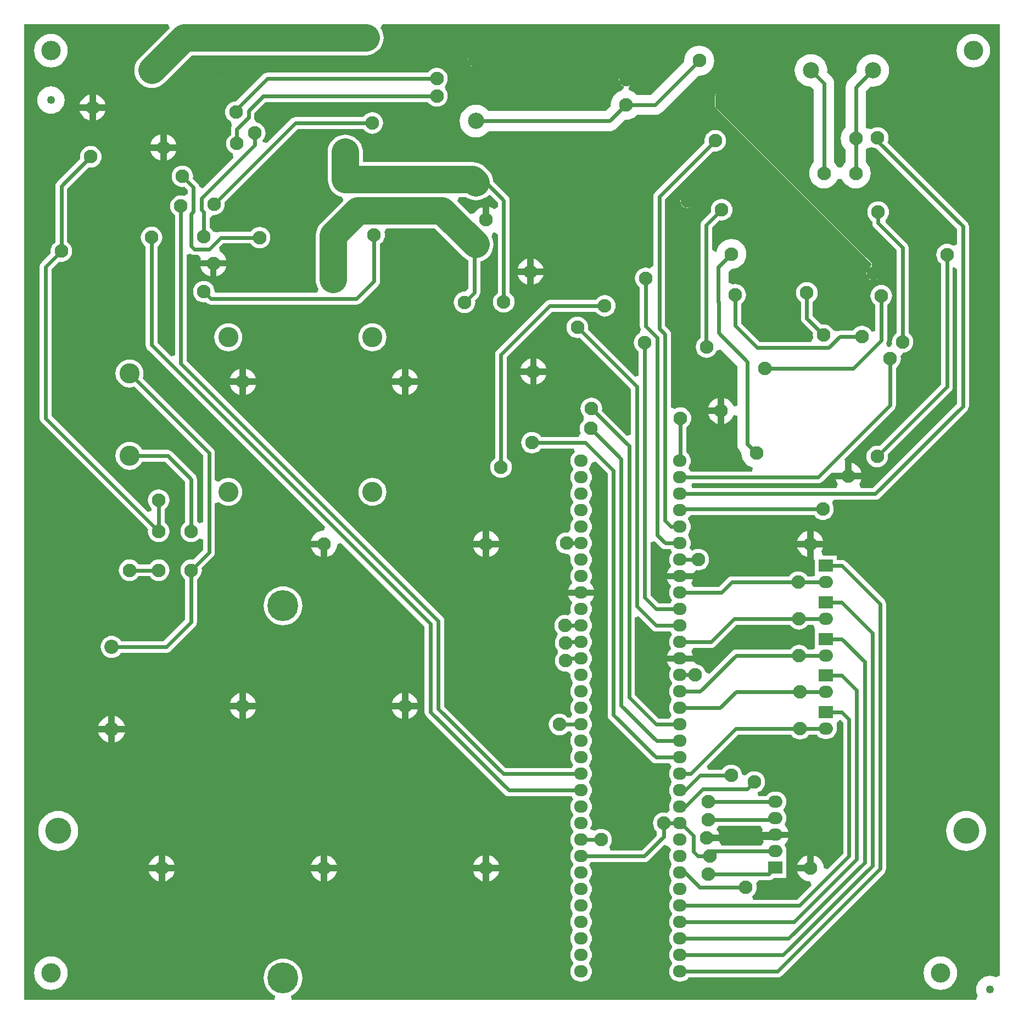
<source format=gbl>
%FSLAX25Y25*%
%MOIN*%
G70*
G01*
G75*
G04 Layer_Physical_Order=2*
G04 Layer_Color=16711680*
G04:AMPARAMS|DCode=10|XSize=43.31mil|YSize=39.37mil|CornerRadius=0mil|HoleSize=0mil|Usage=FLASHONLY|Rotation=90.000|XOffset=0mil|YOffset=0mil|HoleType=Round|Shape=RoundedRectangle|*
%AMROUNDEDRECTD10*
21,1,0.04331,0.03937,0,0,90.0*
21,1,0.04331,0.03937,0,0,90.0*
1,1,0.00000,0.01969,0.02165*
1,1,0.00000,0.01969,-0.02165*
1,1,0.00000,-0.01969,-0.02165*
1,1,0.00000,-0.01969,0.02165*
%
%ADD10ROUNDEDRECTD10*%
%ADD11R,0.04500X0.05300*%
%ADD12R,0.04100X0.03000*%
%ADD13R,0.03000X0.04100*%
%ADD14R,0.05118X0.10630*%
%ADD15R,0.07795X0.02362*%
G04:AMPARAMS|DCode=16|XSize=23.62mil|YSize=77.95mil|CornerRadius=0mil|HoleSize=0mil|Usage=FLASHONLY|Rotation=270.000|XOffset=0mil|YOffset=0mil|HoleType=Round|Shape=Octagon|*
%AMOCTAGOND16*
4,1,8,0.03898,0.00591,0.03898,-0.00591,0.03307,-0.01181,-0.03307,-0.01181,-0.03898,-0.00591,-0.03898,0.00591,-0.03307,0.01181,0.03307,0.01181,0.03898,0.00591,0.0*
%
%ADD16OCTAGOND16*%

%ADD17R,0.13976X0.10236*%
%ADD18R,0.05906X0.05906*%
G04:AMPARAMS|DCode=19|XSize=118.11mil|YSize=61.02mil|CornerRadius=0mil|HoleSize=0mil|Usage=FLASHONLY|Rotation=270.000|XOffset=0mil|YOffset=0mil|HoleType=Round|Shape=RoundedRectangle|*
%AMROUNDEDRECTD19*
21,1,0.11811,0.06102,0,0,270.0*
21,1,0.11811,0.06102,0,0,270.0*
1,1,0.00000,-0.03051,-0.05906*
1,1,0.00000,-0.03051,0.05906*
1,1,0.00000,0.03051,0.05906*
1,1,0.00000,0.03051,-0.05906*
%
%ADD19ROUNDEDRECTD19*%
G04:AMPARAMS|DCode=20|XSize=43.31mil|YSize=39.37mil|CornerRadius=0mil|HoleSize=0mil|Usage=FLASHONLY|Rotation=180.000|XOffset=0mil|YOffset=0mil|HoleType=Round|Shape=RoundedRectangle|*
%AMROUNDEDRECTD20*
21,1,0.04331,0.03937,0,0,180.0*
21,1,0.04331,0.03937,0,0,180.0*
1,1,0.00000,-0.02165,0.01969*
1,1,0.00000,0.02165,0.01969*
1,1,0.00000,0.02165,-0.01969*
1,1,0.00000,-0.02165,-0.01969*
%
%ADD20ROUNDEDRECTD20*%
%ADD21R,0.10433X0.06890*%
%ADD22R,0.04724X0.08661*%
%ADD23R,0.22835X0.25197*%
%ADD24R,0.03150X0.06299*%
%ADD25R,0.07874X0.21260*%
%ADD26R,0.10630X0.05118*%
%ADD27R,0.10000X0.15000*%
%ADD28R,0.09000X0.05000*%
%ADD29R,0.04500X0.05500*%
%ADD30R,0.07800X0.07000*%
%ADD31R,0.07008X0.02638*%
G04:AMPARAMS|DCode=32|XSize=26.38mil|YSize=70.08mil|CornerRadius=0mil|HoleSize=0mil|Usage=FLASHONLY|Rotation=90.000|XOffset=0mil|YOffset=0mil|HoleType=Round|Shape=Octagon|*
%AMOCTAGOND32*
4,1,8,-0.03504,-0.00660,-0.03504,0.00660,-0.02845,0.01319,0.02845,0.01319,0.03504,0.00660,0.03504,-0.00660,0.02845,-0.01319,-0.02845,-0.01319,-0.03504,-0.00660,0.0*
%
%ADD32OCTAGOND32*%

%ADD33R,0.21260X0.07874*%
%ADD34R,0.06890X0.09646*%
%ADD35C,0.04921*%
%ADD36C,0.05000*%
%ADD37O,0.01400X0.00700*%
%ADD38C,0.03500*%
%ADD39O,0.00700X0.01400*%
%ADD40R,0.08661X0.04724*%
%ADD41R,0.25197X0.22835*%
%ADD42R,0.10236X0.13976*%
%ADD43R,0.02638X0.07008*%
G04:AMPARAMS|DCode=44|XSize=26.38mil|YSize=70.08mil|CornerRadius=0mil|HoleSize=0mil|Usage=FLASHONLY|Rotation=180.000|XOffset=0mil|YOffset=0mil|HoleType=Round|Shape=Octagon|*
%AMOCTAGOND44*
4,1,8,0.00660,-0.03504,-0.00660,-0.03504,-0.01319,-0.02845,-0.01319,0.02845,-0.00660,0.03504,0.00660,0.03504,0.01319,0.02845,0.01319,-0.02845,0.00660,-0.03504,0.0*
%
%ADD44OCTAGOND44*%

%ADD45R,0.07800X0.07000*%
%ADD46R,0.05906X0.05906*%
%ADD47C,0.02362*%
%ADD48C,0.16500*%
%ADD49C,0.09843*%
%ADD50R,0.08661X0.07480*%
%ADD51C,0.08268*%
%ADD52O,0.08268X0.07480*%
%ADD53C,0.18779*%
%ADD54C,0.08661*%
%ADD55C,0.12200*%
%ADD56O,0.08661X0.07480*%
%ADD57C,0.11811*%
%ADD58C,0.15748*%
G36*
X296105Y-281263D02*
X295829Y-281602D01*
X293742Y-282626D01*
X293179Y-282325D01*
X291621Y-281852D01*
X290000Y-281692D01*
X288379Y-281852D01*
X286821Y-282325D01*
X285384Y-283092D01*
X284126Y-284126D01*
X283092Y-285384D01*
X282325Y-286821D01*
X281852Y-288379D01*
X281692Y-290000D01*
X281852Y-291621D01*
X282325Y-293179D01*
X282626Y-293742D01*
X281602Y-295829D01*
X281263Y-296105D01*
X-133871D01*
X-134341Y-293742D01*
X-133745Y-293496D01*
X-132168Y-292529D01*
X-130761Y-291328D01*
X-129560Y-289921D01*
X-128593Y-288344D01*
X-127885Y-286635D01*
X-127454Y-284836D01*
X-127308Y-282992D01*
X-127454Y-281148D01*
X-127885Y-279349D01*
X-128593Y-277640D01*
X-129560Y-276063D01*
X-130761Y-274657D01*
X-132168Y-273455D01*
X-133745Y-272489D01*
X-135454Y-271781D01*
X-137253Y-271349D01*
X-139097Y-271204D01*
X-140941Y-271349D01*
X-142740Y-271781D01*
X-144449Y-272489D01*
X-146026Y-273455D01*
X-147432Y-274657D01*
X-148634Y-276063D01*
X-149600Y-277640D01*
X-150308Y-279349D01*
X-150740Y-281148D01*
X-150885Y-282992D01*
X-150740Y-284836D01*
X-150308Y-286635D01*
X-149600Y-288344D01*
X-148634Y-289921D01*
X-147432Y-291328D01*
X-146026Y-292529D01*
X-144449Y-293496D01*
X-143853Y-293742D01*
X-144323Y-296105D01*
X-296105D01*
Y296105D01*
X-209031D01*
X-208052Y293742D01*
X-226267Y275527D01*
X-227352Y274257D01*
X-228225Y272833D01*
X-228864Y271289D01*
X-229254Y269665D01*
X-229385Y268000D01*
X-229254Y266335D01*
X-228864Y264710D01*
X-228225Y263167D01*
X-227352Y261743D01*
X-226267Y260473D01*
X-224997Y259388D01*
X-223573Y258515D01*
X-222030Y257876D01*
X-220405Y257486D01*
X-218740Y257355D01*
X-217075Y257486D01*
X-215451Y257876D01*
X-213907Y258515D01*
X-212483Y259388D01*
X-211213Y260473D01*
X-194443Y277243D01*
X-88688D01*
X-87023Y277374D01*
X-85398Y277764D01*
X-83855Y278403D01*
X-82431Y279276D01*
X-81161Y280361D01*
X-80076Y281631D01*
X-79203Y283055D01*
X-78564Y284598D01*
X-78174Y286223D01*
X-78043Y287888D01*
X-78174Y289553D01*
X-78564Y291177D01*
X-79203Y292721D01*
X-79829Y293742D01*
X-79395Y295076D01*
X-78643Y296105D01*
X296105D01*
Y-281263D01*
D02*
G37*
%LPC*%
G36*
X-63063Y-110058D02*
Y-115927D01*
X-57195D01*
X-57539Y-114792D01*
X-58288Y-113390D01*
X-59297Y-112161D01*
X-60526Y-111152D01*
X-61928Y-110403D01*
X-63063Y-110058D01*
D02*
G37*
G36*
X-67000D02*
X-68135Y-110403D01*
X-69537Y-111152D01*
X-70766Y-112161D01*
X-71775Y-113390D01*
X-72524Y-114792D01*
X-72868Y-115927D01*
X-67000D01*
Y-110058D01*
D02*
G37*
G36*
X-139097Y-45220D02*
X-140941Y-45365D01*
X-142740Y-45796D01*
X-144449Y-46504D01*
X-146026Y-47471D01*
X-147432Y-48672D01*
X-148634Y-50079D01*
X-149600Y-51656D01*
X-150308Y-53365D01*
X-150740Y-55164D01*
X-150885Y-57008D01*
X-150740Y-58852D01*
X-150308Y-60651D01*
X-149600Y-62360D01*
X-148634Y-63937D01*
X-147432Y-65343D01*
X-146026Y-66545D01*
X-144449Y-67511D01*
X-142740Y-68219D01*
X-140941Y-68651D01*
X-139097Y-68796D01*
X-137253Y-68651D01*
X-135454Y-68219D01*
X-133745Y-67511D01*
X-132168Y-66545D01*
X-130761Y-65343D01*
X-129560Y-63937D01*
X-128593Y-62360D01*
X-127885Y-60651D01*
X-127454Y-58852D01*
X-127308Y-57008D01*
X-127454Y-55164D01*
X-127885Y-53365D01*
X-128593Y-51656D01*
X-129560Y-50079D01*
X-130761Y-48672D01*
X-132168Y-47471D01*
X-133745Y-46504D01*
X-135454Y-45796D01*
X-137253Y-45365D01*
X-139097Y-45220D01*
D02*
G37*
G36*
X-116213Y-21439D02*
X-122081D01*
X-121737Y-22574D01*
X-120987Y-23976D01*
X-119979Y-25205D01*
X-118750Y-26213D01*
X-117348Y-26963D01*
X-116213Y-27307D01*
Y-21439D01*
D02*
G37*
G36*
X-214567Y-28906D02*
X-215840Y-29031D01*
X-217065Y-29403D01*
X-218193Y-30006D01*
X-219183Y-30817D01*
X-219994Y-31807D01*
X-220023Y-31859D01*
X-226828D01*
X-226856Y-31807D01*
X-227668Y-30817D01*
X-228657Y-30006D01*
X-229785Y-29403D01*
X-231010Y-29031D01*
X-232283Y-28906D01*
X-233557Y-29031D01*
X-234781Y-29403D01*
X-235910Y-30006D01*
X-236899Y-30817D01*
X-237711Y-31807D01*
X-238314Y-32935D01*
X-238685Y-34160D01*
X-238811Y-35433D01*
X-238685Y-36707D01*
X-238314Y-37931D01*
X-237711Y-39060D01*
X-236899Y-40049D01*
X-235910Y-40861D01*
X-234781Y-41464D01*
X-233557Y-41835D01*
X-232283Y-41961D01*
X-231010Y-41835D01*
X-229785Y-41464D01*
X-228657Y-40861D01*
X-227668Y-40049D01*
X-226856Y-39060D01*
X-226828Y-39007D01*
X-220023D01*
X-219994Y-39060D01*
X-219183Y-40049D01*
X-218193Y-40861D01*
X-217065Y-41464D01*
X-215840Y-41835D01*
X-214567Y-41961D01*
X-213294Y-41835D01*
X-212069Y-41464D01*
X-210941Y-40861D01*
X-209951Y-40049D01*
X-209139Y-39060D01*
X-208536Y-37931D01*
X-208165Y-36707D01*
X-208039Y-35433D01*
X-208165Y-34160D01*
X-208536Y-32935D01*
X-209139Y-31807D01*
X-209951Y-30817D01*
X-210941Y-30006D01*
X-212069Y-29403D01*
X-213294Y-29031D01*
X-214567Y-28906D01*
D02*
G37*
G36*
X-57195Y-119864D02*
X-63063D01*
Y-125732D01*
X-61928Y-125388D01*
X-60526Y-124638D01*
X-59297Y-123630D01*
X-58288Y-122401D01*
X-57539Y-120999D01*
X-57195Y-119864D01*
D02*
G37*
G36*
X-67000D02*
X-72868D01*
X-72524Y-120999D01*
X-71775Y-122401D01*
X-70766Y-123630D01*
X-69537Y-124638D01*
X-68135Y-125388D01*
X-67000Y-125732D01*
Y-119864D01*
D02*
G37*
G36*
X-165425Y-110058D02*
X-166560Y-110403D01*
X-167962Y-111152D01*
X-169191Y-112161D01*
X-170200Y-113390D01*
X-170949Y-114792D01*
X-171294Y-115927D01*
X-165425D01*
Y-110058D01*
D02*
G37*
G36*
X-155620Y-119864D02*
X-161488D01*
Y-125732D01*
X-160353Y-125388D01*
X-158951Y-124638D01*
X-157722Y-123630D01*
X-156714Y-122401D01*
X-155964Y-120999D01*
X-155620Y-119864D01*
D02*
G37*
G36*
X-161488Y-110058D02*
Y-115927D01*
X-155620D01*
X-155964Y-114792D01*
X-156714Y-113390D01*
X-157722Y-112161D01*
X-158951Y-111152D01*
X-160353Y-110403D01*
X-161488Y-110058D01*
D02*
G37*
G36*
X-17787Y-21439D02*
X-23656D01*
X-23312Y-22574D01*
X-22562Y-23976D01*
X-21553Y-25205D01*
X-20325Y-26213D01*
X-18923Y-26963D01*
X-17787Y-27307D01*
Y-21439D01*
D02*
G37*
G36*
X-232283Y92558D02*
X-233942Y92395D01*
X-235538Y91911D01*
X-237007Y91125D01*
X-238296Y90068D01*
X-239354Y88779D01*
X-240139Y87309D01*
X-240623Y85714D01*
X-240787Y84055D01*
X-240623Y82396D01*
X-240139Y80801D01*
X-239354Y79331D01*
X-238296Y78043D01*
X-237007Y76985D01*
X-235538Y76199D01*
X-233942Y75715D01*
X-232283Y75552D01*
X-230625Y75715D01*
X-229377Y76094D01*
X-187574Y34291D01*
Y-6204D01*
X-189857Y-7057D01*
X-191308Y-5900D01*
Y19882D01*
X-191430Y20807D01*
X-191787Y21669D01*
X-192355Y22409D01*
X-192355Y22409D01*
X-206528Y36582D01*
X-207268Y37150D01*
X-208130Y37507D01*
X-209055Y37629D01*
X-224599D01*
X-225213Y38779D01*
X-226271Y40068D01*
X-227559Y41125D01*
X-229029Y41911D01*
X-230625Y42395D01*
X-232283Y42558D01*
X-233942Y42395D01*
X-235538Y41911D01*
X-237007Y41125D01*
X-238296Y40068D01*
X-239354Y38779D01*
X-240139Y37309D01*
X-240623Y35714D01*
X-240787Y34055D01*
X-240623Y32396D01*
X-240139Y30801D01*
X-239354Y29331D01*
X-238296Y28043D01*
X-237007Y26985D01*
X-235538Y26199D01*
X-233942Y25715D01*
X-232283Y25552D01*
X-230625Y25715D01*
X-229029Y26199D01*
X-227559Y26985D01*
X-226271Y28043D01*
X-225213Y29331D01*
X-224599Y30481D01*
X-210536D01*
X-198456Y18402D01*
Y-6356D01*
X-198508Y-6384D01*
X-199497Y-7195D01*
X-200309Y-8185D01*
X-200912Y-9313D01*
X-201284Y-10538D01*
X-201409Y-11811D01*
X-201284Y-13084D01*
X-200912Y-14309D01*
X-200309Y-15438D01*
X-199497Y-16427D01*
X-198508Y-17238D01*
X-197380Y-17842D01*
X-196155Y-18213D01*
X-194882Y-18338D01*
X-193608Y-18213D01*
X-192384Y-17842D01*
X-191255Y-17238D01*
X-190266Y-16427D01*
X-189936Y-16024D01*
X-187574Y-16756D01*
Y-23071D01*
X-193551Y-29048D01*
X-193608Y-29031D01*
X-194882Y-28906D01*
X-196155Y-29031D01*
X-197380Y-29403D01*
X-198508Y-30006D01*
X-199497Y-30817D01*
X-200309Y-31807D01*
X-200912Y-32935D01*
X-201284Y-34160D01*
X-201409Y-35433D01*
X-201284Y-36707D01*
X-200912Y-37931D01*
X-200309Y-39060D01*
X-199497Y-40049D01*
X-198508Y-40861D01*
X-198456Y-40889D01*
Y-65402D01*
X-211488Y-78434D01*
X-237434D01*
X-237521Y-78272D01*
X-238357Y-77252D01*
X-239376Y-76416D01*
X-240539Y-75795D01*
X-241801Y-75412D01*
X-243113Y-75283D01*
X-244425Y-75412D01*
X-245686Y-75795D01*
X-246849Y-76416D01*
X-247868Y-77252D01*
X-248705Y-78272D01*
X-249326Y-79434D01*
X-249709Y-80696D01*
X-249838Y-82008D01*
X-249709Y-83320D01*
X-249326Y-84582D01*
X-248705Y-85744D01*
X-247868Y-86763D01*
X-246849Y-87600D01*
X-245686Y-88221D01*
X-244425Y-88604D01*
X-243113Y-88733D01*
X-241801Y-88604D01*
X-240539Y-88221D01*
X-239376Y-87600D01*
X-238357Y-86763D01*
X-237521Y-85744D01*
X-237434Y-85582D01*
X-210008D01*
X-209083Y-85460D01*
X-208578Y-85251D01*
X-208221Y-85103D01*
X-207481Y-84535D01*
X-192355Y-69409D01*
X-192355Y-69409D01*
X-191919Y-68841D01*
X-191787Y-68669D01*
X-191578Y-68164D01*
X-191430Y-67807D01*
X-191416Y-67699D01*
X-191308Y-66882D01*
X-191308Y-66882D01*
Y-40889D01*
X-191255Y-40861D01*
X-190266Y-40049D01*
X-189454Y-39060D01*
X-188851Y-37931D01*
X-188480Y-36707D01*
X-188354Y-35433D01*
X-188480Y-34160D01*
X-188497Y-34102D01*
X-181473Y-27078D01*
X-180905Y-26338D01*
X-180548Y-25476D01*
X-180426Y-24551D01*
X-180426Y-24551D01*
Y5014D01*
X-178993Y5773D01*
X-178064Y5952D01*
X-177007Y5085D01*
X-175538Y4299D01*
X-173942Y3815D01*
X-172283Y3652D01*
X-170625Y3815D01*
X-169029Y4299D01*
X-167559Y5085D01*
X-166271Y6143D01*
X-165213Y7431D01*
X-164428Y8901D01*
X-163944Y10496D01*
X-163780Y12155D01*
X-163944Y13814D01*
X-164428Y15409D01*
X-165213Y16879D01*
X-166271Y18168D01*
X-167559Y19225D01*
X-169029Y20011D01*
X-170625Y20495D01*
X-172283Y20658D01*
X-173942Y20495D01*
X-175538Y20011D01*
X-177007Y19225D01*
X-178064Y18358D01*
X-178993Y18537D01*
X-180426Y19296D01*
Y35772D01*
X-180548Y36697D01*
X-180905Y37559D01*
X-181473Y38299D01*
X-181473Y38299D01*
X-224322Y81148D01*
X-223944Y82396D01*
X-223780Y84055D01*
X-223944Y85714D01*
X-224428Y87309D01*
X-225213Y88779D01*
X-226271Y90068D01*
X-227559Y91125D01*
X-229029Y91911D01*
X-230625Y92395D01*
X-232283Y92558D01*
D02*
G37*
G36*
X183000Y-11633D02*
Y-17502D01*
X188868D01*
X188524Y-16366D01*
X187775Y-14964D01*
X186766Y-13735D01*
X185537Y-12727D01*
X184135Y-11977D01*
X183000Y-11633D01*
D02*
G37*
G36*
X-84784Y20658D02*
X-86442Y20495D01*
X-88038Y20011D01*
X-89508Y19225D01*
X-90796Y18168D01*
X-91854Y16879D01*
X-92639Y15409D01*
X-93123Y13814D01*
X-93287Y12155D01*
X-93123Y10496D01*
X-92639Y8901D01*
X-91854Y7431D01*
X-90796Y6143D01*
X-89508Y5085D01*
X-88038Y4299D01*
X-86442Y3815D01*
X-84784Y3652D01*
X-83125Y3815D01*
X-81529Y4299D01*
X-80059Y5085D01*
X-78771Y6143D01*
X-77713Y7431D01*
X-76928Y8901D01*
X-76444Y10496D01*
X-76280Y12155D01*
X-76444Y13814D01*
X-76928Y15409D01*
X-77713Y16879D01*
X-78771Y18168D01*
X-80059Y19225D01*
X-81529Y20011D01*
X-83125Y20495D01*
X-84784Y20658D01*
D02*
G37*
G36*
X124831Y59431D02*
X118963D01*
X119307Y58297D01*
X120057Y56894D01*
X121065Y55665D01*
X122294Y54657D01*
X123696Y53907D01*
X124831Y53563D01*
Y59431D01*
D02*
G37*
G36*
X206169Y29637D02*
Y23768D01*
X212037D01*
X211693Y24904D01*
X210943Y26306D01*
X209935Y27535D01*
X208706Y28543D01*
X207304Y29293D01*
X206169Y29637D01*
D02*
G37*
G36*
X179063Y-21439D02*
X173195D01*
X173539Y-22574D01*
X174288Y-23976D01*
X175297Y-25205D01*
X176526Y-26213D01*
X177928Y-26963D01*
X179063Y-27307D01*
Y-21439D01*
D02*
G37*
G36*
X-7982D02*
X-13850D01*
Y-27307D01*
X-12715Y-26963D01*
X-11313Y-26213D01*
X-10084Y-25205D01*
X-9076Y-23976D01*
X-8326Y-22574D01*
X-7982Y-21439D01*
D02*
G37*
G36*
X-17787Y-11633D02*
X-18923Y-11977D01*
X-20325Y-12727D01*
X-21553Y-13735D01*
X-22562Y-14964D01*
X-23312Y-16366D01*
X-23656Y-17502D01*
X-17787D01*
Y-11633D01*
D02*
G37*
G36*
X179063D02*
X177928Y-11977D01*
X176526Y-12727D01*
X175297Y-13735D01*
X174288Y-14964D01*
X173539Y-16366D01*
X173195Y-17502D01*
X179063D01*
Y-11633D01*
D02*
G37*
G36*
X-13850D02*
Y-17502D01*
X-7982D01*
X-8326Y-16366D01*
X-9076Y-14964D01*
X-10084Y-13735D01*
X-11313Y-12727D01*
X-12715Y-11977D01*
X-13850Y-11633D01*
D02*
G37*
G36*
X-17787Y-218289D02*
X-23656D01*
X-23312Y-219424D01*
X-22562Y-220826D01*
X-21553Y-222055D01*
X-20325Y-223064D01*
X-18923Y-223813D01*
X-17787Y-224157D01*
Y-218289D01*
D02*
G37*
G36*
X-106407D02*
X-112276D01*
Y-224157D01*
X-111141Y-223813D01*
X-109739Y-223064D01*
X-108510Y-222055D01*
X-107501Y-220826D01*
X-106752Y-219424D01*
X-106407Y-218289D01*
D02*
G37*
G36*
X-7982D02*
X-13850D01*
Y-224157D01*
X-12715Y-223813D01*
X-11313Y-223064D01*
X-10084Y-222055D01*
X-9076Y-220826D01*
X-8326Y-219424D01*
X-7982Y-218289D01*
D02*
G37*
G36*
X-210701Y-208484D02*
Y-214352D01*
X-204832D01*
X-205177Y-213217D01*
X-205926Y-211815D01*
X-206935Y-210586D01*
X-208164Y-209577D01*
X-209566Y-208828D01*
X-210701Y-208484D01*
D02*
G37*
G36*
X-214638D02*
X-215773Y-208828D01*
X-217175Y-209577D01*
X-218404Y-210586D01*
X-219412Y-211815D01*
X-220162Y-213217D01*
X-220506Y-214352D01*
X-214638D01*
Y-208484D01*
D02*
G37*
G36*
X260000Y-269808D02*
X258012Y-270004D01*
X256100Y-270584D01*
X254338Y-271526D01*
X252794Y-272794D01*
X251526Y-274338D01*
X250584Y-276100D01*
X250004Y-278012D01*
X249808Y-280000D01*
X250004Y-281988D01*
X250584Y-283900D01*
X251526Y-285662D01*
X252794Y-287207D01*
X254338Y-288474D01*
X256100Y-289416D01*
X258012Y-289996D01*
X260000Y-290192D01*
X261988Y-289996D01*
X263900Y-289416D01*
X265662Y-288474D01*
X267207Y-287207D01*
X268474Y-285662D01*
X269416Y-283900D01*
X269996Y-281988D01*
X270192Y-280000D01*
X269996Y-278012D01*
X269416Y-276100D01*
X268474Y-274338D01*
X267207Y-272794D01*
X265662Y-271526D01*
X263900Y-270584D01*
X261988Y-270004D01*
X260000Y-269808D01*
D02*
G37*
G36*
X-280000D02*
X-281988Y-270004D01*
X-283900Y-270584D01*
X-285662Y-271526D01*
X-287207Y-272794D01*
X-288474Y-274338D01*
X-289416Y-276100D01*
X-289996Y-278012D01*
X-290192Y-280000D01*
X-289996Y-281988D01*
X-289416Y-283900D01*
X-288474Y-285662D01*
X-287207Y-287207D01*
X-285662Y-288474D01*
X-283900Y-289416D01*
X-281988Y-289996D01*
X-280000Y-290192D01*
X-278012Y-289996D01*
X-276100Y-289416D01*
X-274338Y-288474D01*
X-272794Y-287207D01*
X-271526Y-285662D01*
X-270584Y-283900D01*
X-270004Y-281988D01*
X-269808Y-280000D01*
X-270004Y-278012D01*
X-270584Y-276100D01*
X-271526Y-274338D01*
X-272794Y-272794D01*
X-274338Y-271526D01*
X-276100Y-270584D01*
X-278012Y-270004D01*
X-280000Y-269808D01*
D02*
G37*
G36*
X-214638Y-218289D02*
X-220506D01*
X-220162Y-219424D01*
X-219412Y-220826D01*
X-218404Y-222055D01*
X-217175Y-223064D01*
X-215773Y-223813D01*
X-214638Y-224157D01*
Y-218289D01*
D02*
G37*
G36*
X-116213D02*
X-122081D01*
X-121737Y-219424D01*
X-120987Y-220826D01*
X-119979Y-222055D01*
X-118750Y-223064D01*
X-117348Y-223813D01*
X-116213Y-224157D01*
Y-218289D01*
D02*
G37*
G36*
X-204832D02*
X-210701D01*
Y-224157D01*
X-209566Y-223813D01*
X-208164Y-223064D01*
X-206935Y-222055D01*
X-205926Y-220826D01*
X-205177Y-219424D01*
X-204832Y-218289D01*
D02*
G37*
G36*
X-116213Y-208484D02*
X-117348Y-208828D01*
X-118750Y-209577D01*
X-119979Y-210586D01*
X-120987Y-211815D01*
X-121737Y-213217D01*
X-122081Y-214352D01*
X-116213D01*
Y-208484D01*
D02*
G37*
G36*
X-235070Y-133976D02*
X-241144D01*
Y-140050D01*
X-239933Y-139683D01*
X-238497Y-138916D01*
X-237238Y-137882D01*
X-236205Y-136623D01*
X-235437Y-135187D01*
X-235070Y-133976D01*
D02*
G37*
G36*
X-245081D02*
X-251155D01*
X-250788Y-135187D01*
X-250020Y-136623D01*
X-248987Y-137882D01*
X-247728Y-138916D01*
X-246292Y-139683D01*
X-245081Y-140050D01*
Y-133976D01*
D02*
G37*
G36*
Y-123965D02*
X-246292Y-124332D01*
X-247728Y-125100D01*
X-248987Y-126133D01*
X-250020Y-127392D01*
X-250788Y-128829D01*
X-251155Y-130039D01*
X-245081D01*
Y-123965D01*
D02*
G37*
G36*
X-165425Y-119864D02*
X-171294D01*
X-170949Y-120999D01*
X-170200Y-122401D01*
X-169191Y-123630D01*
X-167962Y-124638D01*
X-166560Y-125388D01*
X-165425Y-125732D01*
Y-119864D01*
D02*
G37*
G36*
X-241144Y-123965D02*
Y-130039D01*
X-235070D01*
X-235437Y-128829D01*
X-236205Y-127392D01*
X-237238Y-126133D01*
X-238497Y-125100D01*
X-239933Y-124332D01*
X-241144Y-123965D01*
D02*
G37*
G36*
X-17787Y-208484D02*
X-18923Y-208828D01*
X-20325Y-209577D01*
X-21553Y-210586D01*
X-22562Y-211815D01*
X-23312Y-213217D01*
X-23656Y-214352D01*
X-17787D01*
Y-208484D01*
D02*
G37*
G36*
X-112276D02*
Y-214352D01*
X-106407D01*
X-106752Y-213217D01*
X-107501Y-211815D01*
X-108510Y-210586D01*
X-109739Y-209577D01*
X-111141Y-208828D01*
X-112276Y-208484D01*
D02*
G37*
G36*
X-13850D02*
Y-214352D01*
X-7982D01*
X-8326Y-213217D01*
X-9076Y-211815D01*
X-10084Y-210586D01*
X-11313Y-209577D01*
X-12715Y-208828D01*
X-13850Y-208484D01*
D02*
G37*
G36*
X275590Y-181552D02*
X273690Y-181702D01*
X271836Y-182147D01*
X270075Y-182876D01*
X268450Y-183872D01*
X267000Y-185110D01*
X265762Y-186560D01*
X264766Y-188186D01*
X264037Y-189947D01*
X263592Y-191800D01*
X263442Y-193701D01*
X263592Y-195601D01*
X264037Y-197455D01*
X264766Y-199216D01*
X265762Y-200841D01*
X267000Y-202291D01*
X268450Y-203529D01*
X270075Y-204525D01*
X271836Y-205255D01*
X273690Y-205700D01*
X275590Y-205849D01*
X277491Y-205700D01*
X279345Y-205255D01*
X281106Y-204525D01*
X282731Y-203529D01*
X284181Y-202291D01*
X285419Y-200841D01*
X286415Y-199216D01*
X287144Y-197455D01*
X287589Y-195601D01*
X287739Y-193701D01*
X287589Y-191800D01*
X287144Y-189947D01*
X286415Y-188186D01*
X285419Y-186560D01*
X284181Y-185110D01*
X282731Y-183872D01*
X281106Y-182876D01*
X279345Y-182147D01*
X277491Y-181702D01*
X275590Y-181552D01*
D02*
G37*
G36*
X-275590D02*
X-277491Y-181702D01*
X-279345Y-182147D01*
X-281106Y-182876D01*
X-282731Y-183872D01*
X-284181Y-185110D01*
X-285419Y-186560D01*
X-286415Y-188186D01*
X-287144Y-189947D01*
X-287589Y-191800D01*
X-287739Y-193701D01*
X-287589Y-195601D01*
X-287144Y-197455D01*
X-286415Y-199216D01*
X-285419Y-200841D01*
X-284181Y-202291D01*
X-282731Y-203529D01*
X-281106Y-204525D01*
X-279345Y-205255D01*
X-277491Y-205700D01*
X-275590Y-205849D01*
X-273690Y-205700D01*
X-271836Y-205255D01*
X-270075Y-204525D01*
X-268450Y-203529D01*
X-267000Y-202291D01*
X-265762Y-200841D01*
X-264766Y-199216D01*
X-264037Y-197455D01*
X-263592Y-195601D01*
X-263442Y-193701D01*
X-263592Y-191800D01*
X-264037Y-189947D01*
X-264766Y-188186D01*
X-265762Y-186560D01*
X-267000Y-185110D01*
X-268450Y-183872D01*
X-270075Y-182876D01*
X-271836Y-182147D01*
X-273690Y-181702D01*
X-275590Y-181552D01*
D02*
G37*
G36*
X124831Y69237D02*
X123696Y68893D01*
X122294Y68143D01*
X121065Y67135D01*
X120057Y65906D01*
X119307Y64504D01*
X118963Y63368D01*
X124831D01*
Y69237D01*
D02*
G37*
G36*
X-203863Y219232D02*
X-209732D01*
Y213363D01*
X-208596Y213707D01*
X-207194Y214457D01*
X-205965Y215465D01*
X-204957Y216694D01*
X-204207Y218096D01*
X-203863Y219232D01*
D02*
G37*
G36*
X-213668D02*
X-219537D01*
X-219193Y218096D01*
X-218443Y216694D01*
X-217435Y215465D01*
X-216206Y214457D01*
X-214804Y213707D01*
X-213668Y213363D01*
Y219232D01*
D02*
G37*
G36*
Y229037D02*
X-214804Y228693D01*
X-216206Y227943D01*
X-217435Y226935D01*
X-218443Y225706D01*
X-219193Y224304D01*
X-219537Y223168D01*
X-213668D01*
Y229037D01*
D02*
G37*
G36*
X-256569Y243531D02*
X-262437D01*
X-262093Y242396D01*
X-261343Y240994D01*
X-260335Y239765D01*
X-259106Y238757D01*
X-257703Y238007D01*
X-256569Y237663D01*
Y243531D01*
D02*
G37*
G36*
X-209732Y229037D02*
Y223168D01*
X-203863D01*
X-204207Y224304D01*
X-204957Y225706D01*
X-205965Y226935D01*
X-207194Y227943D01*
X-208596Y228693D01*
X-209732Y229037D01*
D02*
G37*
G36*
X13069Y153637D02*
Y147768D01*
X18937D01*
X18593Y148904D01*
X17843Y150306D01*
X16835Y151535D01*
X15606Y152543D01*
X14203Y153293D01*
X13069Y153637D01*
D02*
G37*
G36*
X9132D02*
X7997Y153293D01*
X6594Y152543D01*
X5365Y151535D01*
X4357Y150306D01*
X3607Y148904D01*
X3263Y147768D01*
X9132D01*
Y153637D01*
D02*
G37*
G36*
X106273Y192669D02*
X105219Y192530D01*
X104238Y192124D01*
X103396Y191477D01*
X102749Y190634D01*
X102343Y189653D01*
X102204Y188600D01*
X102343Y187547D01*
X102749Y186566D01*
X103396Y185723D01*
X104238Y185076D01*
X105219Y184670D01*
X106273Y184531D01*
X107326Y184670D01*
X108307Y185076D01*
X109150Y185723D01*
X109796Y186566D01*
X110203Y187547D01*
X110341Y188600D01*
X110203Y189653D01*
X109796Y190634D01*
X109150Y191477D01*
X108307Y192124D01*
X107326Y192530D01*
X106273Y192669D01*
D02*
G37*
G36*
X-255800Y222128D02*
X-257073Y222002D01*
X-258298Y221631D01*
X-259426Y221027D01*
X-260416Y220216D01*
X-261227Y219227D01*
X-261831Y218098D01*
X-262202Y216874D01*
X-262328Y215600D01*
X-262202Y214327D01*
X-262185Y214269D01*
X-276227Y200227D01*
X-276795Y199487D01*
X-277152Y198625D01*
X-277274Y197700D01*
Y163756D01*
X-277326Y163727D01*
X-278316Y162916D01*
X-279127Y161926D01*
X-279731Y160798D01*
X-280102Y159573D01*
X-280227Y158300D01*
X-280102Y157027D01*
X-280085Y156969D01*
X-285727Y151327D01*
X-286295Y150587D01*
X-286652Y149725D01*
X-286774Y148800D01*
Y56822D01*
X-286652Y55897D01*
X-286295Y55035D01*
X-285727Y54295D01*
X-220952Y-10481D01*
X-220969Y-10538D01*
X-221094Y-11811D01*
X-220969Y-13084D01*
X-220598Y-14309D01*
X-219994Y-15438D01*
X-219183Y-16427D01*
X-218193Y-17238D01*
X-217065Y-17842D01*
X-215840Y-18213D01*
X-214567Y-18338D01*
X-213294Y-18213D01*
X-212069Y-17842D01*
X-210941Y-17238D01*
X-209951Y-16427D01*
X-209139Y-15438D01*
X-208536Y-14309D01*
X-208165Y-13084D01*
X-208039Y-11811D01*
X-208165Y-10538D01*
X-208536Y-9313D01*
X-209139Y-8185D01*
X-209951Y-7195D01*
X-210941Y-6384D01*
X-211026Y-6338D01*
Y1644D01*
X-210974Y1673D01*
X-209984Y2484D01*
X-209173Y3474D01*
X-208569Y4602D01*
X-208198Y5827D01*
X-208072Y7100D01*
X-208198Y8373D01*
X-208569Y9598D01*
X-209173Y10727D01*
X-209984Y11716D01*
X-210974Y12527D01*
X-212102Y13131D01*
X-213327Y13502D01*
X-214600Y13627D01*
X-215874Y13502D01*
X-217098Y13131D01*
X-218227Y12527D01*
X-219216Y11716D01*
X-220027Y10727D01*
X-220631Y9598D01*
X-221002Y8373D01*
X-221128Y7100D01*
X-221002Y5827D01*
X-220631Y4602D01*
X-220027Y3474D01*
X-219216Y2484D01*
X-218770Y2119D01*
X-218862Y879D01*
X-220873Y-18D01*
X-221300Y-24D01*
X-279626Y58302D01*
Y147320D01*
X-275030Y151915D01*
X-274974Y151898D01*
X-273700Y151772D01*
X-272427Y151898D01*
X-271202Y152269D01*
X-270074Y152873D01*
X-269084Y153684D01*
X-268273Y154674D01*
X-267669Y155802D01*
X-267298Y157027D01*
X-267173Y158300D01*
X-267298Y159573D01*
X-267669Y160798D01*
X-268273Y161926D01*
X-269084Y162916D01*
X-270074Y163727D01*
X-270126Y163756D01*
Y196220D01*
X-257131Y209215D01*
X-257073Y209198D01*
X-255800Y209072D01*
X-254526Y209198D01*
X-253302Y209569D01*
X-252173Y210173D01*
X-251184Y210984D01*
X-250373Y211974D01*
X-249769Y213102D01*
X-249398Y214327D01*
X-249272Y215600D01*
X-249398Y216874D01*
X-249769Y218098D01*
X-250373Y219227D01*
X-251184Y220216D01*
X-252173Y221027D01*
X-253302Y221631D01*
X-254526Y222002D01*
X-255800Y222128D01*
D02*
G37*
G36*
X218922Y277890D02*
X216993Y277700D01*
X215137Y277137D01*
X213428Y276223D01*
X211929Y274993D01*
X210699Y273495D01*
X209785Y271785D01*
X209222Y269930D01*
X209032Y268000D01*
X209128Y267028D01*
X204310Y262210D01*
X203547Y261281D01*
X202980Y260221D01*
X202632Y259071D01*
X202514Y257874D01*
Y233316D01*
X202212Y233068D01*
X201080Y231690D01*
X200239Y230117D01*
X199722Y228410D01*
X199547Y226635D01*
X199722Y224859D01*
X200239Y223153D01*
X201080Y221580D01*
X202212Y220201D01*
X202514Y219953D01*
Y212168D01*
X202212Y211920D01*
X201080Y210541D01*
X200239Y208968D01*
X200234Y208951D01*
X197766D01*
X197761Y208968D01*
X196920Y210541D01*
X195788Y211920D01*
X195486Y212168D01*
Y260088D01*
X195368Y261284D01*
X195019Y262434D01*
X194453Y263494D01*
X193690Y264423D01*
X191223Y266891D01*
X191332Y268000D01*
X191142Y269930D01*
X190579Y271785D01*
X189665Y273495D01*
X188435Y274993D01*
X186937Y276223D01*
X185227Y277137D01*
X183371Y277700D01*
X181442Y277890D01*
X179512Y277700D01*
X177657Y277137D01*
X175947Y276223D01*
X174449Y274993D01*
X173219Y273495D01*
X172305Y271785D01*
X171742Y269930D01*
X171552Y268000D01*
X171742Y266071D01*
X172305Y264215D01*
X173219Y262505D01*
X174449Y261007D01*
X175947Y259777D01*
X177657Y258863D01*
X179512Y258300D01*
X181442Y258110D01*
X183222Y256103D01*
Y212168D01*
X182920Y211920D01*
X181789Y210541D01*
X180948Y208968D01*
X180430Y207261D01*
X180255Y205486D01*
X180430Y203711D01*
X180948Y202004D01*
X181789Y200431D01*
X182920Y199052D01*
X184299Y197921D01*
X185872Y197080D01*
X187579Y196562D01*
X189354Y196387D01*
X191129Y196562D01*
X192836Y197080D01*
X194409Y197921D01*
X195788Y199052D01*
X196920Y200431D01*
X197761Y202004D01*
X197766Y202021D01*
X200234D01*
X200239Y202004D01*
X201080Y200431D01*
X202212Y199052D01*
X203591Y197921D01*
X205164Y197080D01*
X206871Y196562D01*
X208646Y196387D01*
X210421Y196562D01*
X212128Y197080D01*
X213701Y197921D01*
X215080Y199052D01*
X216211Y200431D01*
X217052Y202004D01*
X217570Y203711D01*
X217745Y205486D01*
X217570Y207261D01*
X217052Y208968D01*
X216211Y210541D01*
X215080Y211920D01*
X214778Y212168D01*
Y219953D01*
X215080Y220201D01*
X215586Y220818D01*
X215640Y220867D01*
X218273Y221573D01*
X219402Y220969D01*
X220626Y220598D01*
X221538Y220508D01*
X270226Y171820D01*
Y162432D01*
X267864Y161433D01*
X267627Y161627D01*
X266498Y162231D01*
X265273Y162602D01*
X264000Y162727D01*
X262726Y162602D01*
X261502Y162231D01*
X260373Y161627D01*
X259384Y160816D01*
X258573Y159827D01*
X257969Y158698D01*
X257598Y157474D01*
X257472Y156200D01*
X257598Y154927D01*
X257969Y153702D01*
X258573Y152574D01*
X259384Y151584D01*
X260373Y150773D01*
X260426Y150744D01*
Y77480D01*
X222931Y39985D01*
X222873Y40002D01*
X221600Y40128D01*
X220326Y40002D01*
X219102Y39631D01*
X217973Y39027D01*
X216984Y38216D01*
X216173Y37227D01*
X215569Y36098D01*
X215198Y34874D01*
X215072Y33600D01*
X215198Y32326D01*
X215569Y31102D01*
X216173Y29974D01*
X216984Y28984D01*
X217973Y28173D01*
X219102Y27569D01*
X220326Y27198D01*
X221600Y27073D01*
X222873Y27198D01*
X224098Y27569D01*
X225226Y28173D01*
X226216Y28984D01*
X227027Y29974D01*
X227631Y31102D01*
X228002Y32326D01*
X228128Y33600D01*
X228002Y34874D01*
X227985Y34931D01*
X266527Y73473D01*
X266527Y73473D01*
X266774Y73794D01*
X267095Y74213D01*
X267348Y74823D01*
X267452Y75075D01*
X267466Y75183D01*
X267574Y76000D01*
X267574Y76000D01*
Y148525D01*
X267864Y148717D01*
X270226Y147449D01*
Y65680D01*
X219064Y14519D01*
X211671D01*
X210604Y16881D01*
X210943Y17294D01*
X211693Y18697D01*
X212037Y19831D01*
X196363D01*
X196707Y18697D01*
X197457Y17294D01*
X197796Y16881D01*
X196729Y14519D01*
X109584D01*
X108760Y15945D01*
X109584Y17371D01*
X185745D01*
X186670Y17493D01*
X187532Y17850D01*
X188272Y18418D01*
X194013Y24159D01*
X195135Y23768D01*
X202232D01*
Y30865D01*
X201841Y31987D01*
X231927Y62073D01*
X232495Y62813D01*
X232852Y63675D01*
X232974Y64600D01*
Y87545D01*
X233027Y87573D01*
X234016Y88384D01*
X234827Y89373D01*
X235431Y90502D01*
X235802Y91726D01*
X235928Y93000D01*
X235802Y94274D01*
X235767Y94388D01*
X236599Y95864D01*
X237146Y96489D01*
X237477Y96681D01*
X238309Y96763D01*
X239533Y97134D01*
X240662Y97737D01*
X241651Y98549D01*
X242463Y99538D01*
X243066Y100667D01*
X243438Y101891D01*
X243563Y103165D01*
X243438Y104438D01*
X243066Y105663D01*
X242463Y106791D01*
X241651Y107780D01*
X240662Y108592D01*
X240609Y108620D01*
Y160465D01*
X240609Y160465D01*
X240488Y161390D01*
X240130Y162251D01*
X239563Y162992D01*
X226739Y175816D01*
X226816Y177384D01*
X227627Y178374D01*
X228231Y179502D01*
X228602Y180727D01*
X228728Y182000D01*
X228602Y183273D01*
X228231Y184498D01*
X227627Y185626D01*
X226816Y186616D01*
X225827Y187427D01*
X224698Y188031D01*
X223474Y188402D01*
X222200Y188528D01*
X220926Y188402D01*
X219702Y188031D01*
X218573Y187427D01*
X217584Y186616D01*
X216773Y185626D01*
X216169Y184498D01*
X215798Y183273D01*
X215672Y182000D01*
X215798Y180727D01*
X216169Y179502D01*
X216773Y178374D01*
X217584Y177384D01*
X218573Y176573D01*
X218626Y176544D01*
Y175300D01*
X218748Y174375D01*
X219105Y173513D01*
X219673Y172773D01*
X233462Y158984D01*
Y108620D01*
X233409Y108592D01*
X232420Y107780D01*
X231608Y106791D01*
X231005Y105663D01*
X230633Y104438D01*
X230508Y103165D01*
X230626Y101971D01*
X229435Y100217D01*
X229290Y100015D01*
X228276Y99981D01*
X227700Y100572D01*
X227448Y101005D01*
X227112Y102305D01*
X227195Y102413D01*
X227448Y103023D01*
X227552Y103275D01*
X227566Y103383D01*
X227674Y104200D01*
X227674Y104200D01*
Y125744D01*
X227727Y125773D01*
X228716Y126584D01*
X229527Y127574D01*
X230131Y128702D01*
X230502Y129927D01*
X230627Y131200D01*
X230502Y132474D01*
X230131Y133698D01*
X229527Y134827D01*
X228716Y135816D01*
X227727Y136627D01*
X226598Y137231D01*
X225374Y137602D01*
X224100Y137727D01*
X222827Y137602D01*
X221602Y137231D01*
X220474Y136627D01*
X219484Y135816D01*
X218673Y134827D01*
X218069Y133698D01*
X217698Y132474D01*
X217572Y131200D01*
X217698Y129927D01*
X218069Y128702D01*
X218673Y127574D01*
X219484Y126584D01*
X220474Y125773D01*
X220526Y125744D01*
Y109887D01*
X218164Y109397D01*
X217827Y110027D01*
X217016Y111016D01*
X216026Y111827D01*
X214898Y112431D01*
X213673Y112802D01*
X212400Y112927D01*
X211126Y112802D01*
X209902Y112431D01*
X208773Y111827D01*
X207784Y111016D01*
X206973Y110027D01*
X206944Y109974D01*
X198957D01*
X198032Y109852D01*
X197544Y109650D01*
X196567Y109707D01*
X194874Y110304D01*
X194658Y110495D01*
X194427Y110926D01*
X193616Y111916D01*
X192627Y112727D01*
X191498Y113331D01*
X190273Y113702D01*
X189000Y113828D01*
X187726Y113702D01*
X187670Y113685D01*
X182474Y118880D01*
Y127544D01*
X182527Y127573D01*
X183516Y128384D01*
X184327Y129374D01*
X184931Y130502D01*
X185302Y131727D01*
X185427Y133000D01*
X185302Y134274D01*
X184931Y135498D01*
X184327Y136627D01*
X183516Y137616D01*
X182527Y138427D01*
X181398Y139031D01*
X180174Y139402D01*
X178900Y139527D01*
X177627Y139402D01*
X176402Y139031D01*
X175274Y138427D01*
X174284Y137616D01*
X173473Y136627D01*
X172869Y135498D01*
X172498Y134274D01*
X172372Y133000D01*
X172498Y131727D01*
X172869Y130502D01*
X173473Y129374D01*
X174284Y128384D01*
X175274Y127573D01*
X175326Y127544D01*
Y117400D01*
X175448Y116475D01*
X175805Y115613D01*
X176373Y114873D01*
X182615Y108631D01*
X182598Y108573D01*
X182473Y107300D01*
X182598Y106026D01*
X182740Y105559D01*
X181750Y103727D01*
X181149Y103197D01*
X150258D01*
X139006Y114448D01*
Y126277D01*
X139059Y126305D01*
X140048Y127117D01*
X140860Y128106D01*
X141463Y129234D01*
X141834Y130459D01*
X141960Y131732D01*
X141834Y133006D01*
X141463Y134230D01*
X140860Y135359D01*
X140048Y136348D01*
X139059Y137160D01*
X137930Y137763D01*
X136706Y138134D01*
X135432Y138260D01*
X134159Y138134D01*
X133690Y137992D01*
X131859Y138981D01*
X131328Y139583D01*
Y145758D01*
X133118Y147438D01*
X133135Y147436D01*
X134911Y147611D01*
X136618Y148129D01*
X138190Y148970D01*
X139569Y150101D01*
X140701Y151480D01*
X141542Y153053D01*
X142060Y154760D01*
X142234Y156535D01*
X142060Y158310D01*
X141542Y160018D01*
X140701Y161591D01*
X139569Y162969D01*
X138190Y164101D01*
X136618Y164942D01*
X134911Y165460D01*
X133135Y165634D01*
X131360Y165460D01*
X129653Y164942D01*
X128080Y164101D01*
X126701Y162969D01*
X125570Y161591D01*
X124729Y160018D01*
X124211Y158310D01*
X124189Y158082D01*
X123849Y157865D01*
X121486Y159161D01*
Y172632D01*
X125870Y177015D01*
X125926Y176998D01*
X127200Y176873D01*
X128473Y176998D01*
X129698Y177369D01*
X130826Y177973D01*
X131816Y178784D01*
X132627Y179773D01*
X133231Y180902D01*
X133602Y182126D01*
X133728Y183400D01*
X133602Y184674D01*
X133231Y185898D01*
X132627Y187027D01*
X131816Y188016D01*
X130826Y188827D01*
X129698Y189431D01*
X128473Y189802D01*
X127200Y189927D01*
X125926Y189802D01*
X124702Y189431D01*
X123574Y188827D01*
X122584Y188016D01*
X121773Y187027D01*
X121169Y185898D01*
X120798Y184674D01*
X120673Y183400D01*
X120798Y182126D01*
X120815Y182070D01*
X115385Y176640D01*
X114818Y175900D01*
X114670Y175542D01*
X114461Y175038D01*
X114339Y174113D01*
Y105499D01*
X113384Y104716D01*
X112573Y103726D01*
X111969Y102598D01*
X111598Y101374D01*
X111472Y100100D01*
X111598Y98826D01*
X111969Y97602D01*
X112573Y96473D01*
X113384Y95484D01*
X114374Y94673D01*
X115502Y94069D01*
X116727Y93698D01*
X118000Y93572D01*
X119273Y93698D01*
X120498Y94069D01*
X121626Y94673D01*
X122616Y95484D01*
X123427Y96473D01*
X124031Y97602D01*
X124113Y97874D01*
X126322Y98626D01*
X126746Y98582D01*
X136768Y88560D01*
Y64480D01*
X134406Y64130D01*
X134293Y64504D01*
X133543Y65906D01*
X132535Y67135D01*
X131306Y68143D01*
X129903Y68893D01*
X128769Y69237D01*
Y61400D01*
Y53563D01*
X129903Y53907D01*
X131306Y54657D01*
X132535Y55665D01*
X133543Y56894D01*
X134293Y58297D01*
X134406Y58670D01*
X136768Y58320D01*
Y41100D01*
X136886Y39904D01*
X137235Y38753D01*
X137802Y37693D01*
X138564Y36764D01*
X139239Y36089D01*
X139201Y35700D01*
X139376Y33925D01*
X139894Y32218D01*
X140735Y30645D01*
X141866Y29266D01*
X143245Y28135D01*
X144818Y27294D01*
X146179Y26881D01*
X145828Y24519D01*
X108375D01*
X107025Y26575D01*
X107351Y27538D01*
X107917Y28598D01*
X108266Y29749D01*
X108384Y30945D01*
X108266Y32141D01*
X107917Y33291D01*
X107351Y34352D01*
X106588Y35281D01*
X105774Y35949D01*
Y51445D01*
X105826Y51473D01*
X106816Y52284D01*
X107627Y53273D01*
X108231Y54402D01*
X108602Y55626D01*
X108728Y56900D01*
X108602Y58174D01*
X108231Y59398D01*
X107627Y60527D01*
X106816Y61516D01*
X105826Y62327D01*
X104698Y62931D01*
X103473Y63302D01*
X102200Y63428D01*
X100926Y63302D01*
X99702Y62931D01*
X98738Y62415D01*
X98100Y62597D01*
X96375Y63579D01*
Y107837D01*
X96254Y108762D01*
X95897Y109624D01*
X95329Y110364D01*
X92874Y112819D01*
Y189820D01*
X121969Y218915D01*
X122027Y218898D01*
X123300Y218773D01*
X124574Y218898D01*
X125798Y219269D01*
X126927Y219873D01*
X127916Y220684D01*
X128727Y221673D01*
X129331Y222802D01*
X129702Y224026D01*
X129827Y225300D01*
X129702Y226573D01*
X129331Y227798D01*
X128727Y228926D01*
X127916Y229916D01*
X126927Y230727D01*
X125798Y231331D01*
X124574Y231702D01*
X123300Y231827D01*
X122027Y231702D01*
X120802Y231331D01*
X119674Y230727D01*
X118684Y229916D01*
X117873Y228926D01*
X117269Y227798D01*
X116898Y226573D01*
X116772Y225300D01*
X116898Y224026D01*
X116915Y223970D01*
X86773Y193827D01*
X86205Y193087D01*
X85848Y192225D01*
X85726Y191300D01*
Y149366D01*
X83846Y148008D01*
X83364Y147897D01*
X82370Y148198D01*
X81096Y148324D01*
X79823Y148198D01*
X78598Y147827D01*
X77470Y147223D01*
X76481Y146412D01*
X75669Y145423D01*
X75065Y144294D01*
X74694Y143070D01*
X74569Y141796D01*
X74694Y140523D01*
X75065Y139298D01*
X75669Y138170D01*
X76481Y137180D01*
X77470Y136369D01*
X77522Y136341D01*
Y112861D01*
X77644Y111936D01*
X77944Y111212D01*
X77996Y110963D01*
X77976Y110487D01*
X77515Y108808D01*
X77205Y108358D01*
X76774Y108127D01*
X75784Y107316D01*
X74973Y106326D01*
X74369Y105198D01*
X73998Y103973D01*
X73873Y102700D01*
X73998Y101426D01*
X74369Y100202D01*
X74973Y99073D01*
X75784Y98084D01*
X76774Y97273D01*
X76826Y97245D01*
Y82915D01*
X74644Y82011D01*
X45985Y110670D01*
X46002Y110726D01*
X46128Y112000D01*
X46002Y113274D01*
X45631Y114498D01*
X45027Y115627D01*
X44216Y116616D01*
X43227Y117427D01*
X42098Y118031D01*
X40874Y118402D01*
X39600Y118527D01*
X38326Y118402D01*
X37102Y118031D01*
X35974Y117427D01*
X34984Y116616D01*
X34173Y115627D01*
X33569Y114498D01*
X33198Y113274D01*
X33073Y112000D01*
X33198Y110726D01*
X33569Y109502D01*
X34173Y108373D01*
X34984Y107384D01*
X35974Y106573D01*
X37102Y105969D01*
X38326Y105598D01*
X39600Y105473D01*
X40874Y105598D01*
X40931Y105615D01*
X72102Y74444D01*
Y46939D01*
X69919Y46035D01*
X54485Y61470D01*
X54502Y61527D01*
X54628Y62800D01*
X54502Y64073D01*
X54131Y65298D01*
X53527Y66426D01*
X52716Y67416D01*
X51727Y68227D01*
X50598Y68831D01*
X49373Y69202D01*
X48100Y69327D01*
X46826Y69202D01*
X45602Y68831D01*
X44473Y68227D01*
X43484Y67416D01*
X42673Y66426D01*
X42069Y65298D01*
X41698Y64073D01*
X41572Y62800D01*
X41698Y61527D01*
X42069Y60302D01*
X42673Y59174D01*
X43336Y58365D01*
X43485Y57910D01*
X43279Y55483D01*
X43245Y55430D01*
X42984Y55216D01*
X42173Y54226D01*
X41569Y53098D01*
X41198Y51873D01*
X41072Y50600D01*
X41198Y49327D01*
X41569Y48102D01*
X41658Y47936D01*
X40515Y45724D01*
X40317Y45574D01*
X17529D01*
X17501Y45627D01*
X16689Y46616D01*
X15700Y47427D01*
X14571Y48031D01*
X13347Y48402D01*
X12073Y48528D01*
X10800Y48402D01*
X9576Y48031D01*
X8447Y47427D01*
X7458Y46616D01*
X6646Y45627D01*
X6043Y44498D01*
X5672Y43273D01*
X5546Y42000D01*
X5672Y40727D01*
X6043Y39502D01*
X6646Y38374D01*
X7458Y37384D01*
X8447Y36573D01*
X9576Y35969D01*
X10800Y35598D01*
X12073Y35473D01*
X13347Y35598D01*
X14571Y35969D01*
X15700Y36573D01*
X16689Y37384D01*
X17501Y38374D01*
X17529Y38426D01*
X37505D01*
X38096Y36064D01*
X38058Y36043D01*
X37129Y35281D01*
X36366Y34352D01*
X35799Y33291D01*
X35451Y32141D01*
X35333Y30945D01*
X35451Y29749D01*
X35799Y28598D01*
X36366Y27538D01*
X37129Y26609D01*
Y25281D01*
X36366Y24352D01*
X35799Y23291D01*
X35451Y22141D01*
X35333Y20945D01*
X35451Y19749D01*
X35799Y18598D01*
X36366Y17538D01*
X36904Y15945D01*
X36366Y14352D01*
X35799Y13292D01*
X35451Y12141D01*
X35333Y10945D01*
X35451Y9749D01*
X35799Y8598D01*
X36366Y7538D01*
X37129Y6609D01*
Y5281D01*
X36366Y4352D01*
X35799Y3291D01*
X35451Y2141D01*
X35333Y945D01*
X35451Y-251D01*
X35799Y-1402D01*
X36366Y-2462D01*
X37129Y-3391D01*
Y-4719D01*
X36366Y-5648D01*
X35799Y-6708D01*
X35451Y-7859D01*
X35333Y-9055D01*
X35451Y-10251D01*
X35529Y-10510D01*
X34853Y-11634D01*
X34214Y-12278D01*
X33732Y-12545D01*
X33000Y-12472D01*
X31727Y-12598D01*
X30502Y-12969D01*
X29373Y-13573D01*
X28384Y-14384D01*
X27573Y-15373D01*
X26969Y-16502D01*
X26598Y-17727D01*
X26472Y-19000D01*
X26598Y-20273D01*
X26969Y-21498D01*
X27573Y-22626D01*
X28384Y-23616D01*
X29373Y-24427D01*
X30502Y-25031D01*
X31727Y-25402D01*
X33000Y-25528D01*
X33794Y-25449D01*
X34446Y-25859D01*
X34761Y-26185D01*
X35566Y-27479D01*
X35451Y-27859D01*
X35333Y-29055D01*
X35451Y-30251D01*
X35799Y-31402D01*
X36366Y-32462D01*
X37129Y-33391D01*
Y-34719D01*
X36366Y-35648D01*
X35799Y-36709D01*
X35451Y-37859D01*
X35333Y-39055D01*
X35451Y-40251D01*
X35799Y-41402D01*
X36366Y-42462D01*
X36275Y-43382D01*
X36010Y-43600D01*
X35050Y-44769D01*
X34337Y-46103D01*
X34039Y-47087D01*
X49678D01*
X49379Y-46103D01*
X48666Y-44769D01*
X47707Y-43600D01*
X47441Y-43382D01*
X47350Y-42462D01*
X47917Y-41402D01*
X48266Y-40251D01*
X48384Y-39055D01*
X48266Y-37859D01*
X47917Y-36709D01*
X47350Y-35648D01*
X46588Y-34719D01*
Y-33391D01*
X47350Y-32462D01*
X47917Y-31402D01*
X48266Y-30251D01*
X48384Y-29055D01*
X48266Y-27859D01*
X47917Y-26709D01*
X47350Y-25648D01*
X46588Y-24719D01*
Y-23391D01*
X47350Y-22462D01*
X47917Y-21402D01*
X48266Y-20251D01*
X48384Y-19055D01*
X48266Y-17859D01*
X47917Y-16709D01*
X47350Y-15648D01*
X46588Y-14719D01*
Y-13391D01*
X47350Y-12462D01*
X47917Y-11402D01*
X48266Y-10251D01*
X48384Y-9055D01*
X48266Y-7859D01*
X47917Y-6708D01*
X47350Y-5648D01*
X46588Y-4719D01*
Y-3391D01*
X47350Y-2462D01*
X47917Y-1402D01*
X48266Y-251D01*
X48384Y945D01*
X48266Y2141D01*
X47917Y3291D01*
X47350Y4352D01*
X46588Y5281D01*
Y6609D01*
X47350Y7538D01*
X47917Y8598D01*
X48266Y9749D01*
X48384Y10945D01*
X48266Y12141D01*
X47917Y13292D01*
X47350Y14352D01*
X46812Y15945D01*
X47350Y17538D01*
X47917Y18598D01*
X48266Y19749D01*
X48384Y20945D01*
X48266Y22141D01*
X47917Y23291D01*
X47350Y24352D01*
X46588Y25281D01*
Y26609D01*
X47350Y27538D01*
X47917Y28598D01*
X48266Y29749D01*
X48274Y29831D01*
X50735Y30711D01*
X57929Y23517D01*
Y-123302D01*
X58050Y-124227D01*
X58407Y-125089D01*
X58975Y-125830D01*
X84728Y-151582D01*
X84728Y-151582D01*
X85049Y-151829D01*
X85468Y-152150D01*
X86330Y-152507D01*
X87255Y-152629D01*
X87255Y-152629D01*
X95341D01*
X96692Y-154685D01*
X96366Y-155648D01*
X95799Y-156709D01*
X95451Y-157859D01*
X95333Y-159055D01*
X95451Y-160251D01*
X95799Y-161402D01*
X96366Y-162462D01*
X96904Y-164055D01*
X96366Y-165648D01*
X95799Y-166709D01*
X95451Y-167859D01*
X95333Y-169055D01*
X95451Y-170251D01*
X95799Y-171402D01*
X96366Y-172462D01*
X96904Y-174055D01*
X96366Y-175648D01*
X95799Y-176708D01*
X95451Y-177859D01*
X95333Y-179055D01*
X95451Y-180251D01*
X95649Y-180906D01*
X95160Y-181783D01*
X94991Y-181972D01*
X93855Y-182774D01*
X93274Y-182598D01*
X92000Y-182473D01*
X90727Y-182598D01*
X89502Y-182969D01*
X88374Y-183573D01*
X87384Y-184384D01*
X86573Y-185373D01*
X85969Y-186502D01*
X85598Y-187726D01*
X85473Y-189000D01*
X85598Y-190273D01*
X85969Y-191498D01*
X86573Y-192627D01*
X87384Y-193616D01*
X87606Y-193797D01*
X87727Y-196404D01*
X87672Y-196574D01*
X78764Y-205481D01*
X60066D01*
X59549Y-204816D01*
X59023Y-203119D01*
X59427Y-202626D01*
X60031Y-201498D01*
X60402Y-200273D01*
X60527Y-199000D01*
X60402Y-197727D01*
X60031Y-196502D01*
X59427Y-195373D01*
X58616Y-194384D01*
X57626Y-193573D01*
X56498Y-192969D01*
X55273Y-192598D01*
X54000Y-192473D01*
X52727Y-192598D01*
X51502Y-192969D01*
X50374Y-193573D01*
X47686Y-193021D01*
X47607Y-192890D01*
X47431Y-192310D01*
X47917Y-191402D01*
X48266Y-190251D01*
X48384Y-189055D01*
X48266Y-187859D01*
X47917Y-186708D01*
X47350Y-185648D01*
X46588Y-184719D01*
Y-183391D01*
X47350Y-182462D01*
X47917Y-181402D01*
X48266Y-180251D01*
X48384Y-179055D01*
X48266Y-177859D01*
X47917Y-176708D01*
X47350Y-175648D01*
X46588Y-174719D01*
Y-173391D01*
X47350Y-172462D01*
X47917Y-171402D01*
X48266Y-170251D01*
X48384Y-169055D01*
X48266Y-167859D01*
X47917Y-166709D01*
X47350Y-165648D01*
X46588Y-164719D01*
Y-163391D01*
X47350Y-162462D01*
X47917Y-161402D01*
X48266Y-160251D01*
X48384Y-159055D01*
X48266Y-157859D01*
X47917Y-156709D01*
X47350Y-155648D01*
X46588Y-154719D01*
Y-153391D01*
X47350Y-152462D01*
X47917Y-151402D01*
X48266Y-150251D01*
X48384Y-149055D01*
X48266Y-147859D01*
X47917Y-146709D01*
X47350Y-145648D01*
X46812Y-144055D01*
X47350Y-142462D01*
X47917Y-141402D01*
X48266Y-140251D01*
X48384Y-139055D01*
X48266Y-137859D01*
X47917Y-136708D01*
X47350Y-135648D01*
X46588Y-134719D01*
Y-133391D01*
X47350Y-132462D01*
X47917Y-131402D01*
X48266Y-130251D01*
X48384Y-129055D01*
X48266Y-127859D01*
X47917Y-126708D01*
X47350Y-125648D01*
X46588Y-124719D01*
Y-123391D01*
X47350Y-122462D01*
X47917Y-121402D01*
X48266Y-120251D01*
X48384Y-119055D01*
X48266Y-117859D01*
X47917Y-116709D01*
X47350Y-115648D01*
X46588Y-114719D01*
Y-113391D01*
X47350Y-112462D01*
X47917Y-111402D01*
X48266Y-110251D01*
X48384Y-109055D01*
X48266Y-107859D01*
X47917Y-106709D01*
X47350Y-105648D01*
X46812Y-104055D01*
X47350Y-102462D01*
X47917Y-101402D01*
X48266Y-100251D01*
X48384Y-99055D01*
X48266Y-97859D01*
X47917Y-96709D01*
X47350Y-95648D01*
X46588Y-94719D01*
Y-93391D01*
X47350Y-92462D01*
X47917Y-91402D01*
X48266Y-90251D01*
X48384Y-89055D01*
X48266Y-87859D01*
X47917Y-86709D01*
X47350Y-85648D01*
X46588Y-84719D01*
Y-83391D01*
X47350Y-82462D01*
X47917Y-81402D01*
X48266Y-80251D01*
X48384Y-79055D01*
X48266Y-77859D01*
X47917Y-76709D01*
X47350Y-75648D01*
X46812Y-74055D01*
X47350Y-72462D01*
X47917Y-71402D01*
X48266Y-70251D01*
X48384Y-69055D01*
X48266Y-67859D01*
X47917Y-66709D01*
X47350Y-65648D01*
X46812Y-64055D01*
X47350Y-62462D01*
X47917Y-61402D01*
X48266Y-60251D01*
X48384Y-59055D01*
X48266Y-57859D01*
X47917Y-56709D01*
X47350Y-55648D01*
X47441Y-54728D01*
X47707Y-54510D01*
X48666Y-53341D01*
X49379Y-52007D01*
X49678Y-51024D01*
X34039D01*
X34337Y-52007D01*
X35050Y-53341D01*
X36010Y-54510D01*
X36275Y-54728D01*
X36366Y-55648D01*
X35799Y-56709D01*
X35451Y-57859D01*
X35333Y-59055D01*
X35451Y-60251D01*
X35656Y-60930D01*
X35458Y-61344D01*
X34864Y-62068D01*
X33860Y-62784D01*
X33429Y-62653D01*
X32155Y-62528D01*
X30882Y-62653D01*
X29657Y-63024D01*
X28529Y-63628D01*
X27540Y-64439D01*
X26728Y-65429D01*
X26125Y-66557D01*
X25753Y-67782D01*
X25628Y-69055D01*
X25753Y-70329D01*
X26125Y-71553D01*
X26728Y-72682D01*
X27540Y-73671D01*
X27603Y-73931D01*
X27073Y-76073D01*
Y-76073D01*
X27073Y-76073D01*
Y-76073D01*
X26469Y-77202D01*
X26204Y-78076D01*
X26098Y-78426D01*
X25973Y-79700D01*
X26098Y-80974D01*
X26469Y-82198D01*
X27073Y-83327D01*
X27884Y-84316D01*
Y-85784D01*
X27073Y-86774D01*
X26469Y-87902D01*
X26098Y-89126D01*
X25973Y-90400D01*
X26098Y-91673D01*
X26469Y-92898D01*
X27073Y-94026D01*
X27884Y-95016D01*
X28874Y-95827D01*
X30002Y-96431D01*
X31227Y-96802D01*
X32500Y-96927D01*
X33288Y-96850D01*
X33884Y-97128D01*
X34345Y-97518D01*
X35359Y-98790D01*
X35333Y-99055D01*
X35451Y-100251D01*
X35799Y-101402D01*
X36366Y-102462D01*
X36904Y-104055D01*
X36366Y-105648D01*
X35799Y-106709D01*
X35451Y-107859D01*
X35333Y-109055D01*
X35451Y-110251D01*
X35799Y-111402D01*
X36366Y-112462D01*
X37129Y-113391D01*
Y-114719D01*
X36366Y-115648D01*
X35799Y-116709D01*
X35451Y-117859D01*
X35333Y-119055D01*
X35451Y-120251D01*
X35799Y-121402D01*
X36366Y-122462D01*
X36496Y-122621D01*
X36388Y-123164D01*
X35367Y-124913D01*
X33814Y-124980D01*
X33371Y-124440D01*
X32382Y-123628D01*
X31253Y-123024D01*
X30029Y-122653D01*
X28755Y-122528D01*
X27482Y-122653D01*
X26257Y-123024D01*
X25129Y-123628D01*
X24139Y-124440D01*
X23328Y-125429D01*
X22725Y-126557D01*
X22353Y-127782D01*
X22228Y-129055D01*
X22353Y-130329D01*
X22725Y-131553D01*
X23328Y-132682D01*
X24139Y-133671D01*
X25129Y-134483D01*
X26257Y-135086D01*
X27482Y-135457D01*
X28755Y-135583D01*
X30029Y-135457D01*
X31253Y-135086D01*
X32382Y-134483D01*
X33371Y-133671D01*
X33814Y-133130D01*
X35367Y-133197D01*
X36388Y-134946D01*
X36496Y-135489D01*
X36366Y-135648D01*
X35799Y-136708D01*
X35451Y-137859D01*
X35333Y-139055D01*
X35451Y-140251D01*
X35799Y-141402D01*
X36366Y-142462D01*
X36904Y-144055D01*
X36366Y-145648D01*
X35799Y-146709D01*
X35451Y-147859D01*
X35333Y-149055D01*
X35451Y-150251D01*
X35799Y-151402D01*
X36366Y-152462D01*
X37113Y-153371D01*
X37073Y-153489D01*
X35952Y-155481D01*
X-3864D01*
X-41226Y-118120D01*
Y-66119D01*
X-41348Y-65194D01*
X-41705Y-64332D01*
X-42273Y-63592D01*
X-197526Y91662D01*
Y156054D01*
X-195164Y156700D01*
X-194810Y156428D01*
X-193948Y156071D01*
X-193023Y155949D01*
X-193023Y155949D01*
X-190531D01*
X-189610Y154855D01*
X-189019Y153587D01*
X-189237Y152868D01*
X-173563D01*
X-173907Y154004D01*
X-174657Y155406D01*
X-175665Y156635D01*
X-176894Y157643D01*
X-177292Y157856D01*
X-177938Y160550D01*
X-175563Y162926D01*
X-158756D01*
X-158727Y162873D01*
X-157916Y161884D01*
X-156927Y161073D01*
X-155798Y160469D01*
X-154574Y160098D01*
X-153300Y159973D01*
X-152026Y160098D01*
X-150802Y160469D01*
X-149673Y161073D01*
X-148684Y161884D01*
X-147873Y162873D01*
X-147269Y164002D01*
X-146898Y165226D01*
X-146773Y166500D01*
X-146898Y167773D01*
X-147269Y168998D01*
X-147873Y170126D01*
X-148684Y171116D01*
X-149673Y171927D01*
X-150802Y172531D01*
X-152026Y172902D01*
X-153300Y173028D01*
X-154574Y172902D01*
X-155798Y172531D01*
X-156927Y171927D01*
X-157916Y171116D01*
X-158727Y170126D01*
X-158756Y170074D01*
X-177043D01*
X-177968Y169952D01*
X-178688Y169654D01*
X-178950Y169600D01*
X-179402Y169620D01*
X-181098Y170087D01*
X-181542Y170396D01*
X-181773Y170826D01*
X-182584Y171816D01*
X-183573Y172627D01*
X-183626Y172655D01*
Y178296D01*
X-183253Y178864D01*
X-181264Y180255D01*
X-181000Y180229D01*
X-179727Y180355D01*
X-178502Y180726D01*
X-177374Y181329D01*
X-176384Y182141D01*
X-175573Y183130D01*
X-174969Y184259D01*
X-174598Y185483D01*
X-174472Y186757D01*
X-174598Y188030D01*
X-174615Y188087D01*
X-130176Y232526D01*
X-90355D01*
X-90327Y232473D01*
X-89516Y231484D01*
X-88526Y230673D01*
X-87398Y230069D01*
X-86173Y229698D01*
X-84900Y229573D01*
X-83627Y229698D01*
X-82402Y230069D01*
X-81274Y230673D01*
X-80284Y231484D01*
X-79473Y232473D01*
X-78869Y233602D01*
X-78498Y234826D01*
X-78373Y236100D01*
X-78498Y237373D01*
X-78869Y238598D01*
X-79473Y239726D01*
X-80284Y240716D01*
X-81274Y241527D01*
X-82402Y242131D01*
X-83627Y242502D01*
X-84900Y242628D01*
X-86173Y242502D01*
X-87398Y242131D01*
X-88526Y241527D01*
X-89516Y240716D01*
X-90327Y239726D01*
X-90355Y239674D01*
X-131657D01*
X-132582Y239552D01*
X-133444Y239195D01*
X-134184Y238627D01*
X-149019Y223792D01*
X-151537Y224614D01*
X-151632Y225227D01*
X-151522Y225510D01*
X-150840Y226341D01*
X-150237Y227470D01*
X-149866Y228694D01*
X-149740Y229968D01*
X-149866Y231241D01*
X-150237Y232466D01*
X-150840Y233594D01*
X-151652Y234583D01*
X-152641Y235395D01*
X-153770Y235998D01*
X-154994Y236370D01*
X-155033Y236374D01*
X-155345Y236598D01*
X-156044Y237514D01*
X-156508Y238467D01*
X-156522Y238528D01*
X-156538Y238842D01*
X-156449Y239520D01*
X-156449Y239520D01*
Y242097D01*
X-149635Y248911D01*
X-51156D01*
X-51127Y248859D01*
X-50316Y247869D01*
X-49327Y247058D01*
X-48198Y246454D01*
X-46973Y246083D01*
X-45700Y245958D01*
X-44427Y246083D01*
X-43202Y246454D01*
X-42074Y247058D01*
X-41084Y247869D01*
X-40273Y248859D01*
X-39669Y249987D01*
X-39298Y251212D01*
X-39173Y252485D01*
X-39298Y253759D01*
X-39669Y254983D01*
X-40273Y256112D01*
X-40847Y257800D01*
X-40273Y259489D01*
X-39669Y260617D01*
X-39298Y261842D01*
X-39173Y263115D01*
X-39298Y264388D01*
X-39669Y265613D01*
X-40273Y266741D01*
X-41084Y267731D01*
X-42074Y268542D01*
X-43202Y269146D01*
X-44427Y269517D01*
X-45700Y269642D01*
X-46973Y269517D01*
X-48198Y269146D01*
X-49327Y268542D01*
X-50316Y267731D01*
X-51127Y266741D01*
X-51156Y266689D01*
X-148685D01*
X-149610Y266567D01*
X-150115Y266358D01*
X-150472Y266210D01*
X-151212Y265642D01*
X-167633Y249221D01*
X-167700Y249227D01*
X-168974Y249102D01*
X-170198Y248731D01*
X-171326Y248127D01*
X-172316Y247316D01*
X-173127Y246326D01*
X-173731Y245198D01*
X-174102Y243973D01*
X-174227Y242700D01*
X-174102Y241426D01*
X-173731Y240202D01*
X-173127Y239073D01*
X-172316Y238084D01*
X-171326Y237273D01*
X-170896Y237042D01*
X-170518Y236425D01*
X-170196Y235156D01*
X-170195Y234232D01*
X-170206Y234203D01*
X-170552Y233368D01*
X-170674Y232443D01*
Y229056D01*
X-170727Y229027D01*
X-171716Y228216D01*
X-172527Y227226D01*
X-173131Y226098D01*
X-173502Y224873D01*
X-173627Y223600D01*
X-173502Y222326D01*
X-173131Y221102D01*
X-172527Y219973D01*
X-171716Y218984D01*
X-170727Y218173D01*
X-169746Y217649D01*
X-169586Y217506D01*
X-169103Y214951D01*
X-187757Y196297D01*
X-189921Y197473D01*
X-189971Y197848D01*
X-190328Y198710D01*
X-190896Y199450D01*
X-193815Y202369D01*
X-193798Y202427D01*
X-193673Y203700D01*
X-193798Y204974D01*
X-194169Y206198D01*
X-194773Y207327D01*
X-195584Y208316D01*
X-196573Y209127D01*
X-197702Y209731D01*
X-198926Y210102D01*
X-200200Y210227D01*
X-201473Y210102D01*
X-202698Y209731D01*
X-203826Y209127D01*
X-204816Y208316D01*
X-205627Y207327D01*
X-206231Y206198D01*
X-206602Y204974D01*
X-206728Y203700D01*
X-206602Y202427D01*
X-206231Y201202D01*
X-205627Y200074D01*
X-204816Y199084D01*
X-203826Y198273D01*
X-202698Y197669D01*
X-201473Y197298D01*
X-200200Y197172D01*
X-198926Y197298D01*
X-198870Y197315D01*
X-196997Y195442D01*
Y193451D01*
X-197527Y192850D01*
X-199359Y191860D01*
X-199827Y192002D01*
X-201100Y192128D01*
X-202374Y192002D01*
X-203598Y191631D01*
X-204727Y191027D01*
X-205716Y190216D01*
X-206527Y189226D01*
X-207131Y188098D01*
X-207502Y186873D01*
X-207628Y185600D01*
X-207502Y184327D01*
X-207131Y183102D01*
X-206527Y181974D01*
X-205716Y180984D01*
X-204727Y180173D01*
X-204674Y180145D01*
Y95214D01*
X-206856Y94310D01*
X-215326Y102780D01*
Y161144D01*
X-215273Y161173D01*
X-214284Y161984D01*
X-213473Y162973D01*
X-212869Y164102D01*
X-212498Y165326D01*
X-212372Y166600D01*
X-212498Y167874D01*
X-212869Y169098D01*
X-213473Y170227D01*
X-214284Y171216D01*
X-215273Y172027D01*
X-216402Y172631D01*
X-217627Y173002D01*
X-218900Y173127D01*
X-220174Y173002D01*
X-221398Y172631D01*
X-222527Y172027D01*
X-223516Y171216D01*
X-224327Y170227D01*
X-224931Y169098D01*
X-225302Y167874D01*
X-225428Y166600D01*
X-225302Y165326D01*
X-224931Y164102D01*
X-224327Y162973D01*
X-223516Y161984D01*
X-222527Y161173D01*
X-222474Y161144D01*
Y101300D01*
X-222352Y100375D01*
X-221995Y99513D01*
X-221427Y98773D01*
X-113605Y-9049D01*
X-113998Y-10470D01*
X-114600Y-11395D01*
X-115826Y-11516D01*
X-117348Y-11977D01*
X-118750Y-12727D01*
X-119979Y-13735D01*
X-120987Y-14964D01*
X-121737Y-16366D01*
X-122081Y-17502D01*
X-114244D01*
Y-19470D01*
X-112276D01*
Y-27307D01*
X-111141Y-26963D01*
X-109739Y-26213D01*
X-108510Y-25205D01*
X-107501Y-23976D01*
X-106752Y-22574D01*
X-106290Y-21052D01*
X-106169Y-19826D01*
X-105244Y-19224D01*
X-103824Y-18831D01*
X-53098Y-69556D01*
Y-121557D01*
X-52977Y-122482D01*
X-52619Y-123344D01*
X-52052Y-124084D01*
X-4553Y-171582D01*
X-3813Y-172150D01*
X-2951Y-172507D01*
X-2026Y-172629D01*
X35952D01*
X37073Y-174621D01*
X37113Y-174739D01*
X36366Y-175648D01*
X35799Y-176708D01*
X35451Y-177859D01*
X35333Y-179055D01*
X35451Y-180251D01*
X35799Y-181402D01*
X36366Y-182462D01*
X37129Y-183391D01*
Y-184719D01*
X36366Y-185648D01*
X35799Y-186708D01*
X35451Y-187859D01*
X35333Y-189055D01*
X35451Y-190251D01*
X35799Y-191402D01*
X36366Y-192462D01*
X37129Y-193391D01*
Y-194719D01*
X36366Y-195648D01*
X35799Y-196709D01*
X35451Y-197859D01*
X35333Y-199055D01*
X35451Y-200251D01*
X35799Y-201402D01*
X36366Y-202462D01*
X37129Y-203391D01*
Y-204719D01*
X36366Y-205648D01*
X35799Y-206709D01*
X35451Y-207859D01*
X35333Y-209055D01*
X35451Y-210251D01*
X35799Y-211402D01*
X36366Y-212462D01*
X37129Y-213391D01*
Y-214719D01*
X36366Y-215648D01*
X35799Y-216709D01*
X35451Y-217859D01*
X35333Y-219055D01*
X35451Y-220251D01*
X35799Y-221402D01*
X36366Y-222462D01*
X37129Y-223391D01*
Y-224719D01*
X36366Y-225648D01*
X35799Y-226709D01*
X35451Y-227859D01*
X35333Y-229055D01*
X35451Y-230251D01*
X35799Y-231402D01*
X36366Y-232462D01*
X36904Y-234055D01*
X36366Y-235648D01*
X35799Y-236709D01*
X35451Y-237859D01*
X35333Y-239055D01*
X35451Y-240251D01*
X35799Y-241402D01*
X36366Y-242462D01*
X36904Y-244055D01*
X36366Y-245648D01*
X35799Y-246709D01*
X35451Y-247859D01*
X35333Y-249055D01*
X35451Y-250251D01*
X35799Y-251402D01*
X36366Y-252462D01*
X36904Y-254055D01*
X36366Y-255648D01*
X35799Y-256709D01*
X35451Y-257859D01*
X35333Y-259055D01*
X35451Y-260251D01*
X35799Y-261402D01*
X36366Y-262462D01*
X36904Y-264055D01*
X36366Y-265648D01*
X35799Y-266709D01*
X35451Y-267859D01*
X35333Y-269055D01*
X35451Y-270251D01*
X35799Y-271402D01*
X36366Y-272462D01*
X37129Y-273391D01*
Y-274719D01*
X36366Y-275648D01*
X35799Y-276709D01*
X35451Y-277859D01*
X35333Y-279055D01*
X35451Y-280251D01*
X35799Y-281402D01*
X36366Y-282462D01*
X37129Y-283391D01*
X38058Y-284154D01*
X39118Y-284720D01*
X40268Y-285069D01*
X41465Y-285187D01*
X42252D01*
X43448Y-285069D01*
X44599Y-284720D01*
X45659Y-284154D01*
X46588Y-283391D01*
X47350Y-282462D01*
X47917Y-281402D01*
X48266Y-280251D01*
X48384Y-279055D01*
X48266Y-277859D01*
X47917Y-276709D01*
X47350Y-275648D01*
X46588Y-274719D01*
Y-273391D01*
X47350Y-272462D01*
X47917Y-271402D01*
X48266Y-270251D01*
X48384Y-269055D01*
X48266Y-267859D01*
X47917Y-266709D01*
X47350Y-265648D01*
X46812Y-264055D01*
X47350Y-262462D01*
X47917Y-261402D01*
X48266Y-260251D01*
X48384Y-259055D01*
X48266Y-257859D01*
X47917Y-256709D01*
X47350Y-255648D01*
X46812Y-254055D01*
X47350Y-252462D01*
X47917Y-251402D01*
X48266Y-250251D01*
X48384Y-249055D01*
X48266Y-247859D01*
X47917Y-246709D01*
X47350Y-245648D01*
X46812Y-244055D01*
X47350Y-242462D01*
X47917Y-241402D01*
X48266Y-240251D01*
X48384Y-239055D01*
X48266Y-237859D01*
X47917Y-236709D01*
X47350Y-235648D01*
X46812Y-234055D01*
X47350Y-232462D01*
X47917Y-231402D01*
X48266Y-230251D01*
X48384Y-229055D01*
X48266Y-227859D01*
X47917Y-226709D01*
X47350Y-225648D01*
X46588Y-224719D01*
Y-223391D01*
X47350Y-222462D01*
X47917Y-221402D01*
X48266Y-220251D01*
X48384Y-219055D01*
X48266Y-217859D01*
X47917Y-216709D01*
X47350Y-215648D01*
X46604Y-214739D01*
X46643Y-214621D01*
X47765Y-212629D01*
X80245D01*
X81170Y-212507D01*
X82032Y-212150D01*
X82772Y-211582D01*
X91980Y-202374D01*
X92531Y-202288D01*
X94808Y-202887D01*
X95050Y-203341D01*
X96010Y-204510D01*
X96275Y-204728D01*
X96366Y-205648D01*
X95799Y-206709D01*
X95451Y-207859D01*
X95333Y-209055D01*
X95451Y-210251D01*
X95799Y-211402D01*
X96366Y-212462D01*
X96904Y-214055D01*
X96366Y-215648D01*
X95799Y-216709D01*
X95451Y-217859D01*
X95333Y-219055D01*
X95451Y-220251D01*
X95799Y-221402D01*
X96366Y-222462D01*
X96904Y-224055D01*
X96366Y-225648D01*
X95799Y-226709D01*
X95451Y-227859D01*
X95333Y-229055D01*
X95451Y-230251D01*
X95799Y-231402D01*
X96366Y-232462D01*
X97129Y-233391D01*
Y-234719D01*
X96366Y-235648D01*
X95799Y-236709D01*
X95451Y-237859D01*
X95333Y-239055D01*
X95451Y-240251D01*
X95799Y-241402D01*
X96366Y-242462D01*
X97129Y-243391D01*
Y-244719D01*
X96366Y-245648D01*
X95799Y-246709D01*
X95451Y-247859D01*
X95333Y-249055D01*
X95451Y-250251D01*
X95799Y-251402D01*
X96366Y-252462D01*
X97129Y-253391D01*
Y-254719D01*
X96366Y-255648D01*
X95799Y-256709D01*
X95451Y-257859D01*
X95333Y-259055D01*
X95451Y-260251D01*
X95799Y-261402D01*
X96366Y-262462D01*
X97129Y-263391D01*
Y-264719D01*
X96366Y-265648D01*
X95799Y-266709D01*
X95451Y-267859D01*
X95333Y-269055D01*
X95451Y-270251D01*
X95799Y-271402D01*
X96366Y-272462D01*
X97129Y-273391D01*
Y-274719D01*
X96366Y-275648D01*
X95799Y-276709D01*
X95451Y-277859D01*
X95333Y-279055D01*
X95451Y-280251D01*
X95799Y-281402D01*
X96366Y-282462D01*
X97129Y-283391D01*
X98058Y-284154D01*
X99118Y-284720D01*
X100268Y-285069D01*
X101465Y-285187D01*
X102252D01*
X103448Y-285069D01*
X104599Y-284720D01*
X105659Y-284154D01*
X106588Y-283391D01*
X107213Y-282629D01*
X161070D01*
X161995Y-282507D01*
X162857Y-282150D01*
X163597Y-281582D01*
X225925Y-219255D01*
X225925Y-219255D01*
X226361Y-218687D01*
X226493Y-218515D01*
X226850Y-217653D01*
X226972Y-216728D01*
X226972Y-216728D01*
Y-55921D01*
X226850Y-54996D01*
X226641Y-54491D01*
X226493Y-54134D01*
X225925Y-53394D01*
X202659Y-30128D01*
X201919Y-29560D01*
X201057Y-29203D01*
X200132Y-29081D01*
X197201D01*
Y-26553D01*
X188716D01*
X187598Y-24191D01*
X187775Y-23976D01*
X188524Y-22574D01*
X188868Y-21439D01*
X183000D01*
Y-28663D01*
X183815Y-29256D01*
Y-38758D01*
X181587Y-39081D01*
X179156D01*
X179127Y-39029D01*
X178316Y-38039D01*
X177327Y-37228D01*
X176198Y-36625D01*
X174973Y-36253D01*
X173700Y-36128D01*
X172426Y-36253D01*
X171202Y-36625D01*
X170073Y-37228D01*
X169084Y-38039D01*
X168273Y-39029D01*
X168245Y-39081D01*
X133445D01*
X133445Y-39081D01*
X132520Y-39203D01*
X131658Y-39560D01*
X130918Y-40128D01*
X125565Y-45481D01*
X109966D01*
X109036Y-43950D01*
X108785Y-43119D01*
X109379Y-42007D01*
X109678Y-41024D01*
X94039D01*
X94337Y-42007D01*
X95050Y-43341D01*
X96010Y-44510D01*
X96275Y-44728D01*
X96366Y-45648D01*
X95799Y-46709D01*
X95451Y-47859D01*
X95333Y-49055D01*
X95451Y-50251D01*
X95799Y-51402D01*
X96366Y-52462D01*
X97113Y-53371D01*
X97073Y-53489D01*
X95952Y-55481D01*
X89035D01*
X83974Y-50420D01*
Y-18469D01*
X86336Y-17490D01*
X90428Y-21582D01*
X91168Y-22150D01*
X92030Y-22507D01*
X92955Y-22629D01*
X92955Y-22629D01*
X95952D01*
X97073Y-24621D01*
X97113Y-24739D01*
X96366Y-25648D01*
X95799Y-26709D01*
X95451Y-27859D01*
X95333Y-29055D01*
X95451Y-30251D01*
X95799Y-31402D01*
X96366Y-32462D01*
X96275Y-33382D01*
X96010Y-33600D01*
X95050Y-34769D01*
X94337Y-36103D01*
X94039Y-37087D01*
X109837D01*
X111594Y-35362D01*
X111726Y-35402D01*
X113000Y-35528D01*
X114274Y-35402D01*
X115498Y-35031D01*
X116627Y-34427D01*
X117616Y-33616D01*
X118427Y-32627D01*
X119031Y-31498D01*
X119402Y-30274D01*
X119527Y-29000D01*
X119402Y-27727D01*
X119031Y-26502D01*
X118427Y-25374D01*
X117616Y-24384D01*
X116627Y-23573D01*
X115498Y-22969D01*
X114274Y-22598D01*
X113000Y-22472D01*
X111726Y-22598D01*
X110502Y-22969D01*
X109373Y-23573D01*
X107622Y-21955D01*
X107917Y-21402D01*
X108266Y-20251D01*
X108384Y-19055D01*
X108266Y-17859D01*
X107917Y-16709D01*
X107351Y-15648D01*
X106812Y-14055D01*
X107351Y-12462D01*
X107917Y-11402D01*
X108266Y-10251D01*
X108384Y-9055D01*
X108266Y-7859D01*
X107917Y-6708D01*
X107351Y-5648D01*
X106588Y-4719D01*
Y-3850D01*
X108342Y-1923D01*
X183245D01*
X183273Y-1975D01*
X184084Y-2964D01*
X185073Y-3776D01*
X186202Y-4379D01*
X187426Y-4751D01*
X188700Y-4876D01*
X189973Y-4751D01*
X191198Y-4379D01*
X192326Y-3776D01*
X193316Y-2964D01*
X194127Y-1975D01*
X194731Y-847D01*
X195102Y378D01*
X195228Y1651D01*
X195102Y2925D01*
X194731Y4149D01*
X194271Y5009D01*
X194579Y5984D01*
X195465Y7371D01*
X220545D01*
X221470Y7493D01*
X222332Y7850D01*
X223072Y8418D01*
X276327Y61673D01*
X276895Y62413D01*
X277252Y63275D01*
X277374Y64200D01*
Y173300D01*
X277252Y174225D01*
X276895Y175087D01*
X276327Y175827D01*
X276327Y175827D01*
X227834Y224321D01*
X227931Y224502D01*
X228302Y225727D01*
X228428Y227000D01*
X228302Y228274D01*
X227931Y229498D01*
X227327Y230627D01*
X226516Y231616D01*
X225526Y232427D01*
X224398Y233031D01*
X223173Y233402D01*
X221900Y233527D01*
X220626Y233402D01*
X219402Y233031D01*
X218273Y232427D01*
X218265Y232424D01*
X215546Y232680D01*
X215250Y232861D01*
X215080Y233068D01*
X214778Y233316D01*
Y255334D01*
X217676Y258233D01*
X218922Y258110D01*
X220852Y258300D01*
X222707Y258863D01*
X224417Y259777D01*
X225916Y261007D01*
X227146Y262505D01*
X228060Y264215D01*
X228622Y266071D01*
X228812Y268000D01*
X228622Y269930D01*
X228060Y271785D01*
X227146Y273495D01*
X225916Y274993D01*
X224417Y276223D01*
X222707Y277137D01*
X220852Y277700D01*
X218922Y277890D01*
D02*
G37*
G36*
X-246763Y243531D02*
X-252631D01*
Y237663D01*
X-251497Y238007D01*
X-250094Y238757D01*
X-248865Y239765D01*
X-247857Y240994D01*
X-247107Y242396D01*
X-246763Y243531D01*
D02*
G37*
G36*
X-183957Y263249D02*
X-184051Y262421D01*
X-183949Y262978D01*
X-183950Y263220D01*
X-183957Y263249D01*
D02*
G37*
G36*
X-178559Y263262D02*
X-178569Y263220D01*
X-178572Y262677D01*
X-178531Y262362D01*
X-178410Y261900D01*
X-178559Y263262D01*
D02*
G37*
G36*
X-280000Y290192D02*
X-281988Y289996D01*
X-283900Y289416D01*
X-285662Y288474D01*
X-287207Y287207D01*
X-288474Y285662D01*
X-289416Y283900D01*
X-289996Y281988D01*
X-290192Y280000D01*
X-289996Y278012D01*
X-289416Y276100D01*
X-288474Y274338D01*
X-287207Y272794D01*
X-285662Y271526D01*
X-283900Y270584D01*
X-281988Y270004D01*
X-280000Y269808D01*
X-278012Y270004D01*
X-276100Y270584D01*
X-274338Y271526D01*
X-272794Y272794D01*
X-271526Y274338D01*
X-270584Y276100D01*
X-270004Y278012D01*
X-269808Y280000D01*
X-270004Y281988D01*
X-270584Y283900D01*
X-271526Y285662D01*
X-272794Y287207D01*
X-274338Y288474D01*
X-276100Y289416D01*
X-278012Y289996D01*
X-280000Y290192D01*
D02*
G37*
G36*
X-22000Y279603D02*
X-23259Y279437D01*
X-24431Y278952D01*
X-25439Y278179D01*
X-26211Y277172D01*
X-26697Y275999D01*
X-26863Y274740D01*
X-26697Y273482D01*
X-26211Y272309D01*
X-25439Y271302D01*
X-24431Y270529D01*
X-23259Y270043D01*
X-22000Y269877D01*
X-20741Y270043D01*
X-19569Y270529D01*
X-18561Y271302D01*
X-17789Y272309D01*
X-17303Y273482D01*
X-17137Y274740D01*
X-17303Y275999D01*
X-17789Y277172D01*
X-18561Y278179D01*
X-19569Y278952D01*
X-20741Y279437D01*
X-22000Y279603D01*
D02*
G37*
G36*
X280000Y290192D02*
X278012Y289996D01*
X276100Y289416D01*
X274338Y288474D01*
X272794Y287207D01*
X271526Y285662D01*
X270584Y283900D01*
X270004Y281988D01*
X269808Y280000D01*
X270004Y278012D01*
X270584Y276100D01*
X271526Y274338D01*
X272794Y272794D01*
X274338Y271526D01*
X276100Y270584D01*
X278012Y270004D01*
X280000Y269808D01*
X281988Y270004D01*
X283900Y270584D01*
X285662Y271526D01*
X287207Y272794D01*
X288474Y274338D01*
X289416Y276100D01*
X289996Y278012D01*
X290192Y280000D01*
X289996Y281988D01*
X289416Y283900D01*
X288474Y285662D01*
X287207Y287207D01*
X285662Y288474D01*
X283900Y289416D01*
X281988Y289996D01*
X280000Y290192D01*
D02*
G37*
G36*
X-256569Y253337D02*
X-257703Y252993D01*
X-259106Y252243D01*
X-260335Y251235D01*
X-261343Y250006D01*
X-262093Y248604D01*
X-262437Y247468D01*
X-256569D01*
Y253337D01*
D02*
G37*
G36*
X-280000Y258308D02*
X-281621Y258148D01*
X-283179Y257675D01*
X-284615Y256908D01*
X-285874Y255874D01*
X-286908Y254615D01*
X-287675Y253179D01*
X-288148Y251621D01*
X-288308Y250000D01*
X-288148Y248379D01*
X-287675Y246821D01*
X-286908Y245385D01*
X-285874Y244126D01*
X-284615Y243092D01*
X-283179Y242325D01*
X-281621Y241852D01*
X-280000Y241692D01*
X-278379Y241852D01*
X-276821Y242325D01*
X-275384Y243092D01*
X-274126Y244126D01*
X-273092Y245385D01*
X-272325Y246821D01*
X-271852Y248379D01*
X-271692Y250000D01*
X-271852Y251621D01*
X-272325Y253179D01*
X-273092Y254615D01*
X-274126Y255874D01*
X-275384Y256908D01*
X-276821Y257675D01*
X-278379Y258148D01*
X-280000Y258308D01*
D02*
G37*
G36*
X-252631Y253337D02*
Y247468D01*
X-246763D01*
X-247107Y248604D01*
X-247857Y250006D01*
X-248865Y251235D01*
X-250094Y252243D01*
X-251497Y252993D01*
X-252631Y253337D01*
D02*
G37*
G36*
X124337Y253693D02*
X124337D01*
X124337D01*
X124316Y253689D01*
X124305Y253687D01*
X124264Y253679D01*
X124228Y253672D01*
X124225Y253671D01*
X124224Y253671D01*
X124216Y253669D01*
X124213Y253668D01*
X124159Y253658D01*
X124132Y253652D01*
X123989Y253624D01*
X123915Y253609D01*
X123915D01*
X123915Y253609D01*
X123915D01*
X123909Y253606D01*
X123907Y253604D01*
X123905Y253603D01*
X123888Y253591D01*
X123885Y253589D01*
X123884Y253589D01*
X123883Y253588D01*
X123874Y253582D01*
X123874Y253582D01*
X123874Y253582D01*
X123874Y253582D01*
X123873Y253581D01*
X123872Y253580D01*
X123871Y253580D01*
X123871Y253580D01*
X123866Y253577D01*
X123846Y253564D01*
X123843Y253561D01*
X123800Y253532D01*
X123790Y253526D01*
X123786Y253524D01*
X123781Y253520D01*
X123747Y253497D01*
X123747D01*
X123742Y253494D01*
X123740Y253493D01*
X123737Y253491D01*
X123737Y253490D01*
X123737Y253490D01*
X123718Y253478D01*
D01*
X123718Y253478D01*
X123718Y253478D01*
X123718Y253478D01*
X123718Y253478D01*
X123718Y253478D01*
X123717Y253477D01*
D01*
X123711Y253473D01*
X123709Y253472D01*
X123706Y253470D01*
X123706Y253470D01*
X123705Y253469D01*
X123686Y253457D01*
X123686D01*
X123663Y253441D01*
X123656Y253437D01*
X123642Y253427D01*
X123642Y253427D01*
X123633Y253421D01*
X123557Y253370D01*
X123557D01*
X123557D01*
X123557Y253370D01*
X123553Y253364D01*
X123552Y253363D01*
X123551Y253361D01*
X123550Y253359D01*
X123539Y253344D01*
X123537Y253340D01*
X123536Y253339D01*
X123535Y253338D01*
X123534Y253336D01*
X123527Y253325D01*
X123526Y253324D01*
X123526Y253323D01*
X123525Y253323D01*
X123525Y253322D01*
X123522Y253318D01*
X123522Y253318D01*
X123522Y253318D01*
X123522Y253318D01*
X123522Y253318D01*
X123522Y253317D01*
X123521Y253316D01*
X123521Y253316D01*
X123521Y253316D01*
X123521Y253316D01*
X123519Y253313D01*
X123507Y253295D01*
X123503Y253289D01*
X123500Y253285D01*
X123471Y253241D01*
X123460Y253226D01*
X123458Y253222D01*
X123454Y253217D01*
X123450Y253210D01*
X123450Y253210D01*
X123421Y253166D01*
X123419Y253163D01*
X123418Y253163D01*
X123418Y253162D01*
X123417Y253161D01*
X123417Y253161D01*
X123412Y253153D01*
X123412Y253153D01*
X123412Y253152D01*
X123412Y253152D01*
X123412Y253152D01*
X123411Y253152D01*
X123393Y253125D01*
X123389Y253118D01*
X123382Y253109D01*
X123374Y253097D01*
X123318Y253013D01*
X123318Y253013D01*
Y253013D01*
X123318D01*
X123318Y253013D01*
X123318Y253013D01*
X123317Y253008D01*
X123316Y253003D01*
X123316Y253001D01*
X123313Y252989D01*
X123312Y252981D01*
X123310Y252973D01*
X123310Y252970D01*
X123305Y252949D01*
X123305Y252947D01*
X123305Y252945D01*
X123305Y252945D01*
X123304Y252940D01*
Y252940D01*
Y252940D01*
X123304Y252940D01*
X123300Y252923D01*
X123298Y252912D01*
X123297Y252907D01*
X123296Y252900D01*
X123287Y252854D01*
X123287Y252854D01*
X123286Y252854D01*
X123286Y252854D01*
X123286Y252853D01*
X123286Y252852D01*
X123286Y252851D01*
X123286Y252851D01*
X123285Y252849D01*
X123285Y252849D01*
Y252849D01*
Y252849D01*
X123285Y252849D01*
X123285Y252849D01*
X123285Y252849D01*
X123285Y252848D01*
Y252848D01*
Y252848D01*
X123285Y252848D01*
X123285Y252846D01*
X123285Y252846D01*
X123285Y252846D01*
X123285Y252845D01*
X123285Y252844D01*
X123284Y252840D01*
X123283Y252834D01*
X123281Y252827D01*
X123281Y252824D01*
X123277Y252806D01*
X123275Y252795D01*
X123272Y252783D01*
X123272Y252778D01*
X123268Y252761D01*
X123265Y252745D01*
X123265Y252745D01*
X123265Y252745D01*
X123265Y252745D01*
X123265Y252745D01*
X123264Y252743D01*
X123264Y252740D01*
X123264Y252739D01*
X123262Y252731D01*
X123262Y252730D01*
X123261Y252728D01*
X123261Y252727D01*
X123260Y252721D01*
X123256Y252699D01*
X123250Y252673D01*
X123249Y252667D01*
X123234Y252591D01*
D01*
X123234Y252591D01*
Y252580D01*
Y252570D01*
Y252566D01*
Y252562D01*
Y252539D01*
Y252526D01*
X123234Y252511D01*
Y252507D01*
X123234Y252470D01*
X123234Y252467D01*
Y252465D01*
Y252464D01*
Y252456D01*
Y252425D01*
Y252392D01*
Y252387D01*
Y252294D01*
Y252293D01*
X123234Y252293D01*
X123234Y252230D01*
Y252154D01*
Y252115D01*
Y251942D01*
Y251942D01*
Y251775D01*
Y251769D01*
Y247351D01*
Y247338D01*
Y247010D01*
Y246911D01*
Y246878D01*
Y246867D01*
Y246859D01*
Y246804D01*
Y246596D01*
Y246386D01*
Y246336D01*
Y246327D01*
Y246285D01*
Y246259D01*
Y246256D01*
Y246256D01*
Y246256D01*
X123234D01*
X123234Y246256D01*
Y246180D01*
X123318Y245758D01*
X123557Y245400D01*
X123611Y245347D01*
X123611Y245347D01*
X123611D01*
X123611Y245346D01*
X123611Y245346D01*
X123633Y245324D01*
X123652Y245305D01*
X123667Y245290D01*
X123703Y245254D01*
X123869Y245089D01*
X124128Y244829D01*
X124136Y244821D01*
X124137Y244821D01*
X124139Y244819D01*
X124146Y244812D01*
X124286Y244672D01*
X124422Y244535D01*
X124484Y244474D01*
X217488Y151470D01*
X217685Y151272D01*
X217694Y151264D01*
X217774Y151183D01*
X217844Y151114D01*
X218041Y150916D01*
X218064Y150894D01*
X218069Y150888D01*
X218086Y150872D01*
X218095Y150862D01*
X218097Y150860D01*
X218098Y150860D01*
X218098Y150859D01*
X218098Y150859D01*
X218098Y150859D01*
X218098Y150859D01*
X218099Y150858D01*
X218099Y150858D01*
X218099Y150858D01*
X218100Y150857D01*
X218103Y150854D01*
X218104Y150853D01*
X218105Y150852D01*
X218105Y150852D01*
X218107Y150851D01*
X218107Y150850D01*
X218107Y150850D01*
X218108Y150850D01*
X218108Y150849D01*
X218109Y150849D01*
X218109Y150849D01*
X218105Y150812D01*
X218103Y150787D01*
X218100Y150764D01*
X217997Y149715D01*
X217997Y149715D01*
X216709Y147886D01*
X216380Y147634D01*
X215733Y146791D01*
X215327Y145810D01*
X215188Y144757D01*
X215327Y143704D01*
X215733Y142722D01*
X216380Y141880D01*
X217222Y141233D01*
X218204Y140827D01*
X219257Y140688D01*
X220310Y140827D01*
X221291Y141233D01*
X222134Y141880D01*
X222780Y142722D01*
X223187Y143704D01*
X223325Y144757D01*
X223187Y145810D01*
X222780Y146791D01*
X222134Y147634D01*
X221291Y148280D01*
X220359Y148666D01*
Y148821D01*
Y149599D01*
Y149599D01*
X220359D01*
Y150169D01*
Y150663D01*
Y150708D01*
Y150725D01*
Y150815D01*
Y150820D01*
Y150948D01*
Y151055D01*
Y151103D01*
Y151106D01*
Y151107D01*
Y151114D01*
Y151116D01*
Y151118D01*
D01*
Y151184D01*
X220359D01*
Y151184D01*
X220359Y151184D01*
Y151260D01*
X220275Y151681D01*
X220036Y152039D01*
X219982Y152093D01*
X219982Y152093D01*
X219982D01*
X219976Y152099D01*
X219968Y152108D01*
X219715Y152360D01*
X219683Y152393D01*
X219465Y152610D01*
X219457Y152619D01*
X219454Y152621D01*
X219448Y152627D01*
X219307Y152768D01*
X219171Y152904D01*
X219110Y152965D01*
X126105Y245970D01*
X125908Y246167D01*
X125899Y246176D01*
D01*
X125819Y246256D01*
X125750Y246326D01*
X125552Y246523D01*
X125531Y246545D01*
X125525Y246551D01*
X125508Y246567D01*
X125495Y246580D01*
X125494Y246581D01*
X125491Y246584D01*
X125489Y246586D01*
X125486Y246589D01*
X125470Y246605D01*
X125460Y246615D01*
X125460Y246616D01*
X125459Y246617D01*
X125448Y246627D01*
X125443Y246633D01*
X125441Y246634D01*
X125441Y246634D01*
X125440Y246636D01*
X125439Y246636D01*
X125439Y246636D01*
Y246636D01*
Y246649D01*
X125439Y246661D01*
X125439Y246668D01*
X125439Y246678D01*
Y246688D01*
X125439Y246694D01*
X125439Y246703D01*
Y246710D01*
X125439Y246716D01*
X125439Y246735D01*
Y246750D01*
Y246767D01*
Y246798D01*
Y246911D01*
Y247046D01*
Y247062D01*
Y247111D01*
Y247564D01*
Y251762D01*
Y251811D01*
Y251941D01*
Y251941D01*
Y252121D01*
Y252158D01*
Y252236D01*
X125439Y252269D01*
X125439Y252301D01*
Y252301D01*
Y252302D01*
Y252390D01*
Y252395D01*
Y252427D01*
Y252442D01*
Y252456D01*
Y252458D01*
Y252458D01*
Y252459D01*
Y252459D01*
Y252459D01*
Y252467D01*
Y252468D01*
Y252471D01*
Y252472D01*
Y252473D01*
Y252508D01*
Y252509D01*
Y252513D01*
Y252527D01*
Y252535D01*
Y252541D01*
Y252561D01*
Y252567D01*
Y252570D01*
Y252581D01*
Y252586D01*
Y252591D01*
D01*
Y252591D01*
X125424Y252664D01*
X125423Y252670D01*
X125417Y252698D01*
X125414Y252716D01*
X125414Y252716D01*
X125412Y252725D01*
X125412Y252726D01*
X125411Y252730D01*
X125411Y252732D01*
X125409Y252739D01*
X125409Y252740D01*
X125408Y252743D01*
X125408Y252745D01*
X125408Y252745D01*
X125408Y252745D01*
X125408Y252745D01*
X125408Y252745D01*
X125407Y252749D01*
X125401Y252779D01*
X125401Y252783D01*
X125398Y252796D01*
X125396Y252806D01*
X125392Y252824D01*
X125392Y252827D01*
X125391Y252830D01*
X125391Y252833D01*
X125389Y252840D01*
Y252840D01*
X125388Y252844D01*
X125388Y252845D01*
X125388Y252847D01*
X125388Y252848D01*
X125388Y252849D01*
X125388Y252849D01*
X125388Y252849D01*
X125387Y252849D01*
Y252849D01*
Y252849D01*
X125387Y252849D01*
X125387Y252851D01*
X125387Y252851D01*
X125387Y252852D01*
X125387Y252853D01*
X125387Y252854D01*
X125387Y252854D01*
X125386Y252854D01*
X125386Y252854D01*
X125386Y252855D01*
X125377Y252900D01*
X125376Y252906D01*
X125372Y252926D01*
X125369Y252941D01*
X125369Y252941D01*
X125368Y252945D01*
X125368Y252946D01*
X125368Y252947D01*
X125367Y252949D01*
X125363Y252970D01*
X125363Y252973D01*
X125361Y252981D01*
X125360Y252989D01*
X125357Y253001D01*
X125357Y253003D01*
X125356Y253005D01*
X125356Y253007D01*
X125355Y253013D01*
Y253013D01*
X125355Y253013D01*
D01*
X125355Y253013D01*
X125355Y253013D01*
X125298Y253098D01*
X125298Y253098D01*
X125291Y253109D01*
X125282Y253122D01*
X125261Y253153D01*
X125256Y253161D01*
X125256Y253161D01*
X125255Y253162D01*
X125255Y253163D01*
X125254Y253164D01*
X125252Y253166D01*
X125239Y253185D01*
X125239Y253186D01*
X125238Y253188D01*
X125236Y253191D01*
X125234Y253193D01*
X125230Y253199D01*
X125214Y253224D01*
X125214Y253224D01*
X125211Y253228D01*
X125209Y253230D01*
X125202Y253241D01*
X125174Y253284D01*
X125171Y253288D01*
X125167Y253294D01*
X125155Y253311D01*
X125153Y253315D01*
X125152Y253316D01*
X125152Y253316D01*
X125151Y253318D01*
X125148Y253322D01*
X125148Y253323D01*
X125147Y253323D01*
X125147Y253324D01*
X125146Y253325D01*
X125139Y253336D01*
X125138Y253338D01*
X125137Y253339D01*
X125136Y253340D01*
X125134Y253344D01*
X125123Y253359D01*
X125122Y253361D01*
X125121Y253363D01*
X125119Y253365D01*
X125116Y253370D01*
D01*
X125116D01*
X125116D01*
X125116D01*
X125046Y253417D01*
X125034Y253425D01*
X125033Y253426D01*
X125020Y253435D01*
X125012Y253440D01*
X124990Y253454D01*
X124990D01*
X124969Y253468D01*
X124967Y253469D01*
X124967Y253470D01*
X124963Y253472D01*
X124961Y253474D01*
X124955Y253478D01*
D01*
X124955Y253478D01*
X124955Y253478D01*
X124955Y253478D01*
X124955Y253478D01*
X124955Y253478D01*
D01*
X124937Y253490D01*
X124936Y253490D01*
X124936Y253491D01*
X124933Y253493D01*
X124931Y253494D01*
X124926Y253497D01*
X124926D01*
X124892Y253520D01*
X124891Y253521D01*
X124888Y253522D01*
X124873Y253532D01*
X124831Y253560D01*
X124824Y253565D01*
X124808Y253576D01*
X124802Y253580D01*
X124801Y253580D01*
X124799Y253582D01*
X124796Y253584D01*
X124795Y253584D01*
X124795Y253585D01*
X124794Y253585D01*
X124771Y253601D01*
X124768Y253603D01*
X124766Y253604D01*
X124758Y253609D01*
X124758D01*
X124758Y253609D01*
X124682Y253624D01*
X124542Y253652D01*
X124537Y253653D01*
X124519Y253657D01*
X124462Y253668D01*
X124462D01*
X124462Y253668D01*
X124461Y253668D01*
X124461Y253668D01*
X124461Y253668D01*
D01*
X124457Y253669D01*
X124449Y253671D01*
X124448Y253671D01*
X124445Y253672D01*
X124408Y253679D01*
X124368Y253687D01*
X124357Y253689D01*
X124337Y253693D01*
D02*
G37*
G36*
X113615Y283052D02*
X111840Y282877D01*
X110133Y282360D01*
X108560Y281519D01*
X107181Y280387D01*
X106049Y279008D01*
X105208Y277435D01*
X104691Y275728D01*
X104516Y273953D01*
X104554Y273564D01*
X84232Y253242D01*
X75698D01*
X75450Y253544D01*
X74071Y254676D01*
X72498Y255517D01*
X71020Y255965D01*
X70883Y256283D01*
X70960Y258776D01*
X71803Y259423D01*
X71803Y259423D01*
X71950Y259615D01*
X72449Y260266D01*
X72856Y261247D01*
X72994Y262300D01*
X72856Y263353D01*
X72449Y264334D01*
X71803Y265177D01*
X70960Y265824D01*
X69979Y266230D01*
X68926Y266369D01*
X67873Y266230D01*
X66891Y265824D01*
X66049Y265177D01*
X65402Y264334D01*
X64996Y263353D01*
X64857Y262300D01*
X64996Y261247D01*
X65402Y260266D01*
X66049Y259423D01*
X66891Y258776D01*
X67867Y258372D01*
X67873Y258370D01*
X67859Y258286D01*
X67747Y257571D01*
X67733Y257487D01*
X66257Y255736D01*
X65534Y255517D01*
X63961Y254676D01*
X62582Y253544D01*
X61451Y252165D01*
X60610Y250592D01*
X60092Y248885D01*
X59917Y247110D01*
X59956Y246721D01*
X56626Y243392D01*
X-14300D01*
X-15007Y244253D01*
X-16505Y245483D01*
X-18215Y246397D01*
X-20071Y246960D01*
X-22000Y247150D01*
X-23930Y246960D01*
X-25785Y246397D01*
X-27495Y245483D01*
X-28993Y244253D01*
X-30223Y242755D01*
X-31137Y241045D01*
X-31700Y239189D01*
X-31890Y237260D01*
X-31700Y235330D01*
X-31137Y233475D01*
X-30223Y231765D01*
X-28993Y230266D01*
X-27495Y229036D01*
X-25785Y228122D01*
X-23930Y227560D01*
X-22000Y227370D01*
X-20071Y227560D01*
X-18215Y228122D01*
X-16505Y229036D01*
X-15007Y230266D01*
X-14300Y231128D01*
X59166D01*
X60362Y231246D01*
X61513Y231595D01*
X62573Y232161D01*
X63502Y232924D01*
X68628Y238050D01*
X69016Y238011D01*
X70791Y238186D01*
X72498Y238704D01*
X74071Y239545D01*
X75450Y240676D01*
X75698Y240978D01*
X86772D01*
X87968Y241096D01*
X89118Y241445D01*
X90179Y242012D01*
X91108Y242774D01*
X113226Y264893D01*
X113615Y264854D01*
X115390Y265029D01*
X117097Y265547D01*
X118670Y266388D01*
X120049Y267519D01*
X121180Y268898D01*
X122021Y270471D01*
X122539Y272178D01*
X122714Y273953D01*
X122539Y275728D01*
X122021Y277435D01*
X121180Y279008D01*
X120049Y280387D01*
X118670Y281519D01*
X117097Y282360D01*
X115390Y282877D01*
X113615Y283052D01*
D02*
G37*
G36*
X-67000Y86792D02*
X-68135Y86448D01*
X-69537Y85698D01*
X-70766Y84690D01*
X-71775Y83461D01*
X-72524Y82059D01*
X-72868Y80924D01*
X-67000D01*
Y86792D01*
D02*
G37*
G36*
X-161488D02*
Y80924D01*
X-155620D01*
X-155964Y82059D01*
X-156714Y83461D01*
X-157722Y84690D01*
X-158951Y85698D01*
X-160353Y86448D01*
X-161488Y86792D01*
D02*
G37*
G36*
X-165425D02*
X-166560Y86448D01*
X-167962Y85698D01*
X-169191Y84690D01*
X-170200Y83461D01*
X-170949Y82059D01*
X-171294Y80924D01*
X-165425D01*
Y86792D01*
D02*
G37*
G36*
X14868Y92937D02*
Y87068D01*
X20737D01*
X20393Y88204D01*
X19643Y89606D01*
X18635Y90835D01*
X17406Y91843D01*
X16003Y92593D01*
X14868Y92937D01*
D02*
G37*
G36*
X10932D02*
X9797Y92593D01*
X8394Y91843D01*
X7165Y90835D01*
X6157Y89606D01*
X5407Y88204D01*
X5063Y87068D01*
X10932D01*
Y92937D01*
D02*
G37*
G36*
X-63063Y86792D02*
Y80924D01*
X-57195D01*
X-57539Y82059D01*
X-58288Y83461D01*
X-59297Y84690D01*
X-60526Y85698D01*
X-61928Y86448D01*
X-63063Y86792D01*
D02*
G37*
G36*
X-67000Y76987D02*
X-72868D01*
X-72524Y75852D01*
X-71775Y74449D01*
X-70766Y73221D01*
X-69537Y72212D01*
X-68135Y71463D01*
X-67000Y71118D01*
Y76987D01*
D02*
G37*
G36*
X-155620D02*
X-161488D01*
Y71118D01*
X-160353Y71463D01*
X-158951Y72212D01*
X-157722Y73221D01*
X-156714Y74449D01*
X-155964Y75852D01*
X-155620Y76987D01*
D02*
G37*
G36*
X-165425D02*
X-171294D01*
X-170949Y75852D01*
X-170200Y74449D01*
X-169191Y73221D01*
X-167962Y72212D01*
X-166560Y71463D01*
X-165425Y71118D01*
Y76987D01*
D02*
G37*
G36*
X20737Y83131D02*
X14868D01*
Y77263D01*
X16003Y77607D01*
X17406Y78357D01*
X18635Y79365D01*
X19643Y80594D01*
X20393Y81997D01*
X20737Y83131D01*
D02*
G37*
G36*
X10932D02*
X5063D01*
X5407Y81997D01*
X6157Y80594D01*
X7165Y79365D01*
X8394Y78357D01*
X9797Y77607D01*
X10932Y77263D01*
Y83131D01*
D02*
G37*
G36*
X-57195Y76987D02*
X-63063D01*
Y71118D01*
X-61928Y71463D01*
X-60526Y72212D01*
X-59297Y73221D01*
X-58288Y74449D01*
X-57539Y75852D01*
X-57195Y76987D01*
D02*
G37*
G36*
X9132Y143832D02*
X3263D01*
X3607Y142696D01*
X4357Y141294D01*
X5365Y140065D01*
X6594Y139057D01*
X7997Y138307D01*
X9132Y137963D01*
Y143832D01*
D02*
G37*
G36*
X-101400Y229029D02*
X-103065Y228897D01*
X-104690Y228507D01*
X-106233Y227868D01*
X-107657Y226995D01*
X-108927Y225911D01*
X-110012Y224640D01*
X-110885Y223216D01*
X-111524Y221673D01*
X-111914Y220049D01*
X-112045Y218384D01*
X-111914Y216718D01*
X-111853Y216465D01*
Y201708D01*
X-111722Y200043D01*
X-111332Y198419D01*
X-110693Y196876D01*
X-109820Y195451D01*
X-108735Y194181D01*
X-107465Y193096D01*
X-106041Y192224D01*
X-104498Y191584D01*
X-103460Y191335D01*
X-102742Y189803D01*
X-102647Y188807D01*
X-116027Y175427D01*
X-117112Y174157D01*
X-117985Y172733D01*
X-118624Y171189D01*
X-119014Y169565D01*
X-119024Y169444D01*
X-119145Y167900D01*
X-119145Y167900D01*
Y162471D01*
X-119245Y161200D01*
X-119245Y161200D01*
Y141200D01*
X-119114Y139535D01*
X-118724Y137910D01*
X-118085Y136367D01*
X-117457Y135343D01*
X-117888Y134016D01*
X-118642Y132981D01*
X-180016D01*
X-180629Y133657D01*
X-180755Y134930D01*
X-181126Y136155D01*
X-181729Y137283D01*
X-182541Y138272D01*
X-183530Y139084D01*
X-184659Y139687D01*
X-185883Y140059D01*
X-187157Y140184D01*
X-188430Y140059D01*
X-189655Y139687D01*
X-190783Y139084D01*
X-191772Y138272D01*
X-192584Y137283D01*
X-193187Y136155D01*
X-193559Y134930D01*
X-193684Y133657D01*
X-193559Y132383D01*
X-193187Y131159D01*
X-192584Y130030D01*
X-191772Y129041D01*
X-190783Y128229D01*
X-189655Y127626D01*
X-188430Y127255D01*
X-187157Y127129D01*
X-185883Y127255D01*
X-185826Y127272D01*
X-185434Y126880D01*
X-184694Y126312D01*
X-183832Y125955D01*
X-182907Y125833D01*
X-94493D01*
X-93568Y125955D01*
X-92706Y126312D01*
X-91966Y126880D01*
X-81273Y137573D01*
X-80705Y138313D01*
X-80348Y139175D01*
X-80226Y140100D01*
Y162645D01*
X-80173Y162673D01*
X-79184Y163484D01*
X-78373Y164473D01*
X-77769Y165602D01*
X-77398Y166826D01*
X-77272Y168100D01*
X-77398Y169374D01*
X-77539Y169839D01*
X-76547Y171674D01*
X-75948Y172201D01*
X-46956D01*
X-29527Y154772D01*
X-28257Y153687D01*
X-26833Y152814D01*
X-26474Y152666D01*
Y135509D01*
X-26539Y135401D01*
X-28422Y133680D01*
X-28900Y133728D01*
X-30174Y133602D01*
X-31398Y133231D01*
X-32526Y132627D01*
X-33516Y131816D01*
X-34327Y130826D01*
X-34931Y129698D01*
X-35302Y128473D01*
X-35427Y127200D01*
X-35302Y125926D01*
X-34931Y124702D01*
X-34327Y123574D01*
X-33516Y122584D01*
X-32526Y121773D01*
X-31398Y121169D01*
X-30174Y120798D01*
X-28900Y120673D01*
X-27626Y120798D01*
X-26402Y121169D01*
X-25273Y121773D01*
X-24284Y122584D01*
X-23473Y123574D01*
X-22869Y124702D01*
X-22498Y125926D01*
X-22373Y127200D01*
X-22498Y128473D01*
X-22515Y128531D01*
X-20373Y130673D01*
X-19805Y131413D01*
X-19448Y132275D01*
X-19326Y133200D01*
Y152027D01*
X-18711Y152175D01*
X-17167Y152814D01*
X-15743Y153687D01*
X-14473Y154772D01*
X-13388Y156042D01*
X-12515Y157466D01*
X-11876Y159010D01*
X-11486Y160634D01*
X-11355Y162299D01*
X-11486Y163964D01*
X-11876Y165589D01*
X-12515Y167132D01*
X-11742Y169430D01*
X-11019Y169788D01*
X-8674Y168437D01*
Y132956D01*
X-8726Y132927D01*
X-9716Y132116D01*
X-10527Y131126D01*
X-11131Y129998D01*
X-11502Y128773D01*
X-11627Y127500D01*
X-11502Y126226D01*
X-11131Y125002D01*
X-10527Y123873D01*
X-9716Y122884D01*
X-8726Y122073D01*
X-7598Y121469D01*
X-6373Y121098D01*
X-5100Y120973D01*
X-3827Y121098D01*
X-2602Y121469D01*
X-1474Y122073D01*
X-484Y122884D01*
X327Y123873D01*
X931Y125002D01*
X1302Y126226D01*
X1428Y127500D01*
X1302Y128773D01*
X931Y129998D01*
X327Y131126D01*
X-484Y132116D01*
X-1474Y132927D01*
X-1526Y132956D01*
Y189250D01*
X-1648Y190175D01*
X-2005Y191037D01*
X-2573Y191777D01*
X-11422Y200626D01*
X-11486Y201445D01*
X-11876Y203069D01*
X-12515Y204612D01*
X-13388Y206036D01*
X-14473Y207307D01*
X-16402Y209235D01*
X-17672Y210320D01*
X-19096Y211193D01*
X-20639Y211832D01*
X-22264Y212222D01*
X-22385Y212232D01*
X-23929Y212353D01*
X-23929Y212353D01*
X-90563D01*
Y218192D01*
X-90694Y219857D01*
X-91084Y221481D01*
X-91724Y223025D01*
X-92596Y224449D01*
X-93681Y225719D01*
X-93681Y225719D01*
X-93873Y225911D01*
X-95143Y226995D01*
X-96567Y227868D01*
X-98111Y228507D01*
X-99735Y228897D01*
X-101400Y229029D01*
D02*
G37*
G36*
X18937Y143832D02*
X13069D01*
Y137963D01*
X14203Y138307D01*
X15606Y139057D01*
X16835Y140065D01*
X17843Y141294D01*
X18593Y142696D01*
X18937Y143832D01*
D02*
G37*
G36*
X-173563Y148932D02*
X-179431D01*
Y143063D01*
X-178296Y143407D01*
X-176894Y144157D01*
X-175665Y145165D01*
X-174657Y146394D01*
X-173907Y147796D01*
X-173563Y148932D01*
D02*
G37*
G36*
X-183369D02*
X-189237D01*
X-188893Y147796D01*
X-188143Y146394D01*
X-187135Y145165D01*
X-185906Y144157D01*
X-184503Y143407D01*
X-183369Y143063D01*
Y148932D01*
D02*
G37*
G36*
X-84784Y114458D02*
X-86442Y114295D01*
X-88038Y113811D01*
X-89508Y113025D01*
X-90796Y111968D01*
X-91854Y110679D01*
X-92639Y109209D01*
X-93123Y107614D01*
X-93287Y105955D01*
X-93123Y104296D01*
X-92639Y102701D01*
X-91854Y101231D01*
X-90796Y99942D01*
X-89508Y98885D01*
X-88038Y98099D01*
X-86442Y97615D01*
X-84784Y97452D01*
X-83125Y97615D01*
X-81529Y98099D01*
X-80059Y98885D01*
X-78771Y99942D01*
X-77713Y101231D01*
X-76928Y102701D01*
X-76444Y104296D01*
X-76280Y105955D01*
X-76444Y107614D01*
X-76928Y109209D01*
X-77713Y110679D01*
X-78771Y111968D01*
X-80059Y113025D01*
X-81529Y113811D01*
X-83125Y114295D01*
X-84784Y114458D01*
D02*
G37*
G36*
X-172283D02*
X-173942Y114295D01*
X-175538Y113811D01*
X-177007Y113025D01*
X-178296Y111968D01*
X-179354Y110679D01*
X-180139Y109209D01*
X-180623Y107614D01*
X-180787Y105955D01*
X-180623Y104296D01*
X-180139Y102701D01*
X-179354Y101231D01*
X-178296Y99942D01*
X-177007Y98885D01*
X-175538Y98099D01*
X-173942Y97615D01*
X-172283Y97452D01*
X-170625Y97615D01*
X-169029Y98099D01*
X-167559Y98885D01*
X-166271Y99942D01*
X-165213Y101231D01*
X-164428Y102701D01*
X-163944Y104296D01*
X-163780Y105955D01*
X-163944Y107614D01*
X-164428Y109209D01*
X-165213Y110679D01*
X-166271Y111968D01*
X-167559Y113025D01*
X-169029Y113811D01*
X-170625Y114295D01*
X-172283Y114458D01*
D02*
G37*
G36*
X56221Y131621D02*
X54948Y131495D01*
X53723Y131124D01*
X52595Y130521D01*
X51605Y129709D01*
X50794Y128720D01*
X50766Y128667D01*
X22798D01*
X21873Y128545D01*
X21011Y128188D01*
X20271Y127620D01*
X-9289Y98060D01*
X-9857Y97320D01*
X-10214Y96458D01*
X-10336Y95533D01*
Y32657D01*
X-10389Y32629D01*
X-11378Y31817D01*
X-12190Y30828D01*
X-12793Y29700D01*
X-13164Y28475D01*
X-13290Y27202D01*
X-13164Y25928D01*
X-12793Y24704D01*
X-12190Y23575D01*
X-11378Y22586D01*
X-10389Y21774D01*
X-9260Y21171D01*
X-8036Y20800D01*
X-6762Y20674D01*
X-5489Y20800D01*
X-4264Y21171D01*
X-3136Y21774D01*
X-2147Y22586D01*
X-1335Y23575D01*
X-732Y24704D01*
X-360Y25928D01*
X-235Y27202D01*
X-360Y28475D01*
X-732Y29700D01*
X-1335Y30828D01*
X-2147Y31817D01*
X-3136Y32629D01*
X-3189Y32657D01*
Y94052D01*
X24279Y121519D01*
X50766D01*
X50794Y121467D01*
X51605Y120478D01*
X52595Y119666D01*
X53723Y119063D01*
X54948Y118691D01*
X56221Y118566D01*
X57494Y118691D01*
X58719Y119063D01*
X59847Y119666D01*
X60837Y120478D01*
X61648Y121467D01*
X62252Y122595D01*
X62623Y123820D01*
X62748Y125093D01*
X62623Y126367D01*
X62252Y127591D01*
X61648Y128720D01*
X60837Y129709D01*
X59847Y130521D01*
X58719Y131124D01*
X57494Y131495D01*
X56221Y131621D01*
D02*
G37*
%LPD*%
G36*
X-8674Y187770D02*
Y185013D01*
X-11036Y183896D01*
X-11313Y184124D01*
X-12715Y184873D01*
X-13850Y185217D01*
Y177380D01*
X-17787D01*
Y185217D01*
X-18923Y184873D01*
X-20325Y184124D01*
X-21553Y183115D01*
X-22562Y181886D01*
X-22781Y181476D01*
X-25471Y180824D01*
X-33347Y188701D01*
X-32369Y191063D01*
X-28087D01*
X-26833Y190295D01*
X-25289Y189655D01*
X-23665Y189266D01*
X-22000Y189135D01*
X-20335Y189266D01*
X-18711Y189655D01*
X-17167Y190295D01*
X-15743Y191167D01*
X-14473Y192252D01*
X-13206Y192302D01*
X-8674Y187770D01*
D02*
G37*
G36*
X85028Y-71582D02*
X85768Y-72150D01*
X86630Y-72507D01*
X87555Y-72629D01*
X95952D01*
X97073Y-74621D01*
X97113Y-74739D01*
X96366Y-75648D01*
X95799Y-76709D01*
X95451Y-77859D01*
X95333Y-79055D01*
X95451Y-80251D01*
X95799Y-81402D01*
X96366Y-82462D01*
X96275Y-83382D01*
X96010Y-83600D01*
X95050Y-84769D01*
X94337Y-86103D01*
X94039Y-87087D01*
X109678D01*
X109379Y-86103D01*
X108785Y-84991D01*
X109036Y-84161D01*
X109966Y-82629D01*
X120645D01*
X121570Y-82507D01*
X122432Y-82150D01*
X123172Y-81582D01*
X136225Y-68529D01*
X168600D01*
X168628Y-68582D01*
X169439Y-69571D01*
X170429Y-70382D01*
X171557Y-70986D01*
X172782Y-71357D01*
X174055Y-71483D01*
X175329Y-71357D01*
X176553Y-70986D01*
X177682Y-70382D01*
X178671Y-69571D01*
X179482Y-68582D01*
X179511Y-68529D01*
X182639D01*
X183036Y-69014D01*
X183815Y-71053D01*
X183815D01*
Y-83258D01*
X181587Y-83581D01*
X179700D01*
X179672Y-83529D01*
X178860Y-82539D01*
X177871Y-81728D01*
X176743Y-81125D01*
X175518Y-80753D01*
X174245Y-80628D01*
X172971Y-80753D01*
X171747Y-81125D01*
X170618Y-81728D01*
X169629Y-82539D01*
X168817Y-83529D01*
X168789Y-83581D01*
X135945D01*
X135945Y-83581D01*
X135020Y-83703D01*
X134158Y-84060D01*
X133418Y-84628D01*
X119824Y-98221D01*
X118300Y-97910D01*
X117304Y-97402D01*
X117031Y-96502D01*
X116427Y-95373D01*
X115616Y-94384D01*
X114627Y-93573D01*
X113498Y-92969D01*
X112274Y-92598D01*
X111686Y-92540D01*
X110275Y-91044D01*
X110264Y-91024D01*
X94039D01*
X94337Y-92007D01*
X95050Y-93341D01*
X96010Y-94510D01*
X96275Y-94728D01*
X96366Y-95648D01*
X95799Y-96709D01*
X95451Y-97859D01*
X95333Y-99055D01*
X95451Y-100251D01*
X95799Y-101402D01*
X96366Y-102462D01*
X97129Y-103391D01*
Y-104719D01*
X96366Y-105648D01*
X95799Y-106709D01*
X95451Y-107859D01*
X95333Y-109055D01*
X95451Y-110251D01*
X95799Y-111402D01*
X96366Y-112462D01*
X96904Y-114055D01*
X96366Y-115648D01*
X95799Y-116709D01*
X95451Y-117859D01*
X95333Y-119055D01*
X95451Y-120251D01*
X95799Y-121402D01*
X96366Y-122462D01*
X96692Y-123425D01*
X95341Y-125481D01*
X88936D01*
X74525Y-111071D01*
Y-64166D01*
X76708Y-63262D01*
X85028Y-71582D01*
D02*
G37*
G36*
X200926Y-127864D02*
Y-207420D01*
X191459Y-216886D01*
X190173Y-216572D01*
X189100Y-215905D01*
X188986Y-214738D01*
X188524Y-213217D01*
X187775Y-211815D01*
X186766Y-210586D01*
X185537Y-209577D01*
X184135Y-208828D01*
X183000Y-208484D01*
Y-216320D01*
X181032D01*
Y-218289D01*
X173195D01*
X173539Y-219424D01*
X174288Y-220826D01*
X175297Y-222055D01*
X176526Y-223064D01*
X177928Y-223813D01*
X179449Y-224275D01*
X180616Y-224389D01*
X181283Y-225462D01*
X181597Y-226748D01*
X172864Y-235481D01*
X146499D01*
X145833Y-234008D01*
X145773Y-233119D01*
X146512Y-232512D01*
X147324Y-231523D01*
X147927Y-230395D01*
X148299Y-229170D01*
X148424Y-227897D01*
X148299Y-226623D01*
X148090Y-225936D01*
X148832Y-224430D01*
X149630Y-223574D01*
X155913D01*
X156838Y-223452D01*
X157343Y-223243D01*
X157700Y-223095D01*
X158440Y-222527D01*
X158810Y-222158D01*
X166551D01*
Y-209953D01*
X166551Y-209953D01*
X166360Y-207591D01*
X166463Y-207251D01*
X166581Y-206055D01*
X166463Y-204859D01*
X166114Y-203709D01*
X165547Y-202648D01*
X165638Y-201728D01*
X165904Y-201510D01*
X166863Y-200341D01*
X167576Y-199007D01*
X167874Y-198024D01*
X151842D01*
X152141Y-199007D01*
X152735Y-200119D01*
X152484Y-200950D01*
X151554Y-202481D01*
X127185D01*
X125791Y-200119D01*
X125837Y-199969D01*
X118000D01*
Y-196031D01*
X125837D01*
X125493Y-194896D01*
X124743Y-193494D01*
X124197Y-192829D01*
X125103Y-190792D01*
X125305Y-190574D01*
X150870D01*
X152230Y-192936D01*
X152141Y-193103D01*
X151842Y-194087D01*
X167874D01*
X167576Y-193103D01*
X166863Y-191769D01*
X165904Y-190600D01*
X165638Y-190382D01*
X165547Y-189462D01*
X166114Y-188402D01*
X166463Y-187251D01*
X166581Y-186055D01*
X166463Y-184859D01*
X166114Y-183709D01*
X165547Y-182648D01*
X164785Y-181719D01*
Y-180391D01*
X165547Y-179462D01*
X166114Y-178402D01*
X166463Y-177251D01*
X166581Y-176055D01*
X166463Y-174859D01*
X166114Y-173708D01*
X165547Y-172648D01*
X164785Y-171719D01*
X163856Y-170957D01*
X162795Y-170390D01*
X161645Y-170041D01*
X160449Y-169923D01*
X159268D01*
X158071Y-170041D01*
X156921Y-170390D01*
X155861Y-170957D01*
X154932Y-171719D01*
X154306Y-172481D01*
X149557D01*
X149206Y-170119D01*
X149498Y-170031D01*
X150627Y-169427D01*
X151616Y-168616D01*
X152427Y-167627D01*
X153031Y-166498D01*
X153402Y-165273D01*
X153527Y-164000D01*
X153402Y-162726D01*
X153031Y-161502D01*
X152427Y-160373D01*
X151616Y-159384D01*
X150627Y-158573D01*
X149498Y-157969D01*
X148274Y-157598D01*
X147000Y-157473D01*
X145727Y-157598D01*
X144502Y-157969D01*
X143374Y-158573D01*
X142384Y-159384D01*
X141827Y-160063D01*
X141313Y-160049D01*
X140679Y-159926D01*
X139460Y-159315D01*
X139402Y-158727D01*
X139031Y-157502D01*
X138427Y-156374D01*
X137616Y-155384D01*
X136627Y-154573D01*
X135498Y-153969D01*
X134274Y-153598D01*
X133000Y-153472D01*
X131727Y-153598D01*
X130502Y-153969D01*
X129374Y-154573D01*
X128384Y-155384D01*
X127573Y-156374D01*
X127544Y-156426D01*
X119033D01*
X118129Y-154244D01*
X137144Y-135229D01*
X169334D01*
X169362Y-135282D01*
X170174Y-136271D01*
X171163Y-137083D01*
X172292Y-137686D01*
X173516Y-138057D01*
X174790Y-138183D01*
X176063Y-138057D01*
X177288Y-137686D01*
X178416Y-137083D01*
X179405Y-136271D01*
X180217Y-135282D01*
X180245Y-135229D01*
X184957D01*
X185582Y-135991D01*
X186511Y-136754D01*
X187571Y-137320D01*
X188722Y-137669D01*
X189918Y-137787D01*
X191099D01*
X192295Y-137669D01*
X193446Y-137320D01*
X194506Y-136754D01*
X195435Y-135991D01*
X196197Y-135062D01*
X196764Y-134002D01*
X197113Y-132851D01*
X197231Y-131655D01*
X197113Y-130459D01*
X197010Y-130120D01*
X197201Y-127758D01*
X198992Y-126377D01*
X199038Y-126358D01*
X200926Y-127864D01*
D02*
G37*
%LPC*%
G36*
X179063Y-208484D02*
X177928Y-208828D01*
X176526Y-209577D01*
X175297Y-210586D01*
X174288Y-211815D01*
X173539Y-213217D01*
X173195Y-214352D01*
X179063D01*
Y-208484D01*
D02*
G37*
%LPD*%
D35*
X-280000Y250000D02*
D03*
X290000Y-290000D02*
D03*
D37*
X-15950Y199400D02*
D03*
X-15250D02*
D03*
D39*
X-22900Y155750D02*
D03*
Y156450D02*
D03*
D47*
X112900Y-209000D02*
X120000D01*
X110100Y-206200D02*
X112900Y-209000D01*
X110100Y-206200D02*
Y-196603D01*
X102552Y-189055D02*
X110100Y-196603D01*
X101858Y-189055D02*
X102552D01*
X41858Y-209055D02*
X80245D01*
X92000Y-197300D01*
Y-189000D01*
X101913Y-99000D02*
X111000D01*
X101858Y-29055D02*
X101913Y-29000D01*
X113000D01*
X33055Y-19055D02*
X41858D01*
X33000Y-19000D02*
X33055Y-19055D01*
X92000Y-189000D02*
X101803D01*
X101858Y-189055D01*
X53945Y-199055D02*
X54000Y-199000D01*
X41858Y-199055D02*
X53945D01*
X-214600Y-11778D02*
X-214567Y-11811D01*
X-283200Y56822D02*
X-214600Y-11778D01*
Y7100D01*
X-273700Y197700D02*
X-255800Y215600D01*
X-273700Y158300D02*
Y197700D01*
X-283200Y148800D02*
X-273700Y158300D01*
X-283200Y56822D02*
Y148800D01*
X164389Y-269055D02*
X218673Y-214771D01*
X101858Y-269055D02*
X164389D01*
X161070Y-279055D02*
X223398Y-216728D01*
X101858Y-279055D02*
X161070D01*
X171026Y-249055D02*
X209224Y-210857D01*
X101858Y-249055D02*
X171026D01*
X174345Y-239055D02*
X204500Y-208900D01*
X101858Y-239055D02*
X174345D01*
X167708Y-259055D02*
X213949Y-212814D01*
X101858Y-259055D02*
X167708D01*
X200132Y-121655D02*
X204500Y-126023D01*
X190508Y-121655D02*
X200132D01*
X204500Y-208900D02*
Y-126023D01*
X200132Y-99255D02*
X209224Y-108347D01*
X190508Y-99255D02*
X200132D01*
X209224Y-210857D02*
Y-108347D01*
X200132Y-54955D02*
X218673Y-73496D01*
X190508Y-54955D02*
X200132D01*
X218673Y-214771D02*
Y-73496D01*
X200132Y-77155D02*
X213949Y-90972D01*
X190508Y-77155D02*
X200132D01*
X213949Y-212814D02*
Y-90972D01*
X101858Y-269500D02*
Y-269055D01*
X223398Y-216728D02*
Y-55921D01*
X118000Y-198000D02*
X157913D01*
X120000Y-209000D02*
Y-207110D01*
X119000Y-220000D02*
X155913D01*
X119000Y-187000D02*
X158913D01*
X119055Y-176055D02*
X159858D01*
X115622Y-168378D02*
X142622D01*
X104945Y-179055D02*
X115622Y-168378D01*
X200132Y-32655D02*
X223398Y-55921D01*
X190508Y-32655D02*
X200132D01*
X101858Y-159055D02*
X108264D01*
X135664Y-131655D01*
X174790D01*
X190508D01*
X101858Y-119055D02*
X126145D01*
X135945Y-109255D01*
X174645D01*
X190508D01*
X135945Y-87155D02*
X174245D01*
X114045Y-109055D02*
X135945Y-87155D01*
X101858Y-109055D02*
X114045D01*
X174245Y-87155D02*
X190508D01*
X134745Y-64955D02*
X174055D01*
X120645Y-79055D02*
X134745Y-64955D01*
X101858Y-79055D02*
X120645D01*
X174055Y-64955D02*
X190508D01*
X173700Y-42655D02*
X190508D01*
X133445D02*
X173700D01*
X101858Y-49055D02*
X127045D01*
X133445Y-42655D01*
X88077Y-14177D02*
X92955Y-19055D01*
X101858D01*
X92802Y-5402D02*
Y107837D01*
Y-5402D02*
X96455Y-9055D01*
X88077Y-14177D02*
Y105880D01*
X81096Y112861D02*
X88077Y105880D01*
X81096Y112861D02*
Y141796D01*
X89300Y111338D02*
Y191300D01*
Y111338D02*
X92802Y107837D01*
X87755Y-139055D02*
X101858D01*
X66227Y-117527D02*
X87755Y-139055D01*
X66227Y-117527D02*
Y31973D01*
X87455Y-129055D02*
X101858D01*
X70951Y-112551D02*
X87455Y-129055D01*
X70951Y-112551D02*
Y39949D01*
X87555Y-59055D02*
X101858D01*
X80400Y-51900D02*
X87555Y-59055D01*
X80400Y-51900D02*
Y102700D01*
X87555Y-69055D02*
X101858D01*
X75676Y-57176D02*
X87555Y-69055D01*
X75676Y-57176D02*
Y75924D01*
X87255Y-149055D02*
X101858D01*
X61502Y-123302D02*
X87255Y-149055D01*
X61502Y-123302D02*
Y24998D01*
X48100Y62800D02*
X70951Y39949D01*
X44500Y42000D02*
X61502Y24998D01*
X12073Y42000D02*
X44500D01*
X47600Y50600D02*
X66227Y31973D01*
X96455Y-9055D02*
X101858D01*
X89300Y191300D02*
X123300Y225300D01*
X101858Y945D02*
X102565Y1651D01*
X188700D01*
X178900Y117400D02*
X189000Y107300D01*
X192180Y99623D02*
X198957Y106400D01*
X212400D01*
X178900Y117400D02*
Y133000D01*
X224100Y104200D02*
Y131200D01*
X207097Y87197D02*
X224100Y104200D01*
X153497Y87197D02*
X207097D01*
X101858Y10945D02*
X220545D01*
X273800Y64200D01*
Y173300D01*
X221900Y225200D02*
X273800Y173300D01*
X221900Y225200D02*
Y227000D01*
X39600Y112000D02*
X75676Y75924D01*
X264000Y76000D02*
Y156200D01*
X221600Y33600D02*
X264000Y76000D01*
X229400Y64600D02*
Y93000D01*
X101858Y30945D02*
X102200Y31287D01*
Y56900D01*
X222200Y175300D02*
Y182000D01*
Y175300D02*
X237035Y160465D01*
Y103165D02*
Y160465D01*
X135432Y112968D02*
Y131732D01*
X208646Y226635D02*
Y257874D01*
Y205486D02*
Y226635D01*
Y257874D02*
X219124Y268353D01*
X181442Y268000D02*
X189354Y260088D01*
Y205486D02*
Y260088D01*
X86772Y247110D02*
X113615Y273953D01*
X69016Y247110D02*
X86772D01*
X59166Y237260D02*
X69016Y247110D01*
X-22000Y237260D02*
X59166D01*
X-167100Y223600D02*
Y232443D01*
X-167700Y242700D02*
Y244100D01*
X-148685Y263115D01*
X-167100Y232443D02*
X-160023Y239520D01*
Y243577D02*
X-151115Y252485D01*
X-160023Y239520D02*
Y243577D01*
X-188677Y190323D02*
X-156268Y222732D01*
X-148685Y263115D02*
X-45700D01*
X-151115Y252485D02*
X-45700D01*
X-156268Y222732D02*
Y229968D01*
X-188677Y183577D02*
Y190323D01*
X-5100Y127500D02*
Y189250D01*
X-15250Y199400D02*
X-5100Y189250D01*
X-28900Y127200D02*
X-22900Y133200D01*
Y155750D01*
X-182907Y129407D02*
X-94493D01*
X-187157Y133657D02*
X-182907Y129407D01*
X-94493D02*
X-83800Y140100D01*
Y168100D01*
X-131657Y236100D02*
X-84900D01*
X-181000Y186757D02*
X-131657Y236100D01*
X-44800Y-119600D02*
Y-66119D01*
X-201100Y90181D02*
X-44800Y-66119D01*
X-201100Y90181D02*
Y185600D01*
X-49524Y-121557D02*
Y-68076D01*
X-218900Y101300D02*
X-49524Y-68076D01*
X-2026Y-169055D02*
X41858D01*
X-5345Y-159055D02*
X41858D01*
X-49524Y-121557D02*
X-2026Y-169055D01*
X28755Y-129055D02*
X41858D01*
X-44800Y-119600D02*
X-5345Y-159055D01*
X-184000Y-24551D02*
Y35772D01*
X-200200Y203700D02*
X-193423Y196923D01*
Y182420D02*
Y196923D01*
X-195000Y180843D02*
X-193423Y182420D01*
X-195000Y161500D02*
Y180843D01*
X-188677Y183577D02*
X-187200Y182099D01*
X-195000Y161500D02*
X-193023Y159523D01*
X-177043Y166500D02*
X-153300D01*
X-187200Y167200D02*
Y182099D01*
X33845Y-89055D02*
X41858D01*
X32500Y-90400D02*
X33845Y-89055D01*
X33145Y-79055D02*
X41858D01*
X32500Y-79700D02*
X33145Y-79055D01*
X32155Y-69055D02*
X41858D01*
X101858Y-169055D02*
X104945D01*
X114000Y-160000D01*
X133000D01*
X142622Y-168378D02*
X147000Y-164000D01*
X101858Y-179055D02*
X104945D01*
X101858Y-219055D02*
X105055D01*
X113897Y-227897D01*
X141897D01*
X155913Y-220000D02*
X159858Y-216055D01*
X120000Y-207110D02*
X121055Y-206055D01*
X159858D01*
X157913Y-198000D02*
X159858Y-196055D01*
X158913Y-187000D02*
X159858Y-186055D01*
X-232283Y84055D02*
X-184000Y35772D01*
X-194882Y-35433D02*
X-184000Y-24551D01*
X-243113Y-82008D02*
X-210008D01*
X-194882Y-66882D01*
Y-35433D01*
Y-11811D02*
Y19882D01*
X-209055Y34055D02*
X-194882Y19882D01*
X-232283Y34055D02*
X-209055D01*
X-232283Y-35433D02*
X-214567D01*
X117913Y100187D02*
Y174113D01*
X127200Y183400D01*
X125196Y148596D02*
X133135Y156535D01*
X125196Y127492D02*
Y148596D01*
Y127492D02*
X125284Y127405D01*
Y108716D02*
Y127405D01*
X135432Y112968D02*
X148777Y99623D01*
X192180D01*
X125284Y108716D02*
X142900Y91100D01*
Y41100D02*
Y91100D01*
Y41100D02*
X148300Y35700D01*
X22798Y125093D02*
X56221D01*
X-6762Y95533D02*
X22798Y125093D01*
X-6762Y27202D02*
Y95533D01*
X219257Y144757D02*
Y151260D01*
X124337Y246180D02*
X219257Y151260D01*
X124337Y246180D02*
Y252591D01*
X117913Y100187D02*
X118000Y100100D01*
X-218900Y101300D02*
Y166600D01*
X-193023Y159523D02*
X-184020D01*
X-177043Y166500D01*
X185745Y20945D02*
X229400Y64600D01*
X101858Y20945D02*
X185745D01*
D48*
X-42547Y182846D02*
X-22000Y162299D01*
X-93554Y182846D02*
X-42547D01*
X-108600Y141200D02*
Y161200D01*
X-108500Y161300D01*
X-101400Y218384D02*
X-101208Y218192D01*
Y201708D02*
Y218192D01*
X-108500Y161300D02*
Y167900D01*
X-93554Y182846D01*
X-23929Y201708D02*
X-22000Y199779D01*
X-101208Y201708D02*
X-23929D01*
X-198852Y287888D02*
X-88688D01*
X-218740Y268000D02*
X-198852Y287888D01*
D49*
X-181260Y268000D02*
D03*
X-218740D02*
D03*
X-22000Y237260D02*
D03*
Y274740D02*
D03*
Y162299D02*
D03*
Y199779D02*
D03*
X218922Y268000D02*
D03*
X181442D02*
D03*
D50*
X190508Y-54955D02*
D03*
Y-121655D02*
D03*
Y-99255D02*
D03*
Y-77155D02*
D03*
Y-32655D02*
D03*
X159858Y-216055D02*
D03*
D51*
X-214567Y-35433D02*
D03*
X-194882D02*
D03*
Y-11811D02*
D03*
X-214567D02*
D03*
X181032Y-19470D02*
D03*
Y-216320D02*
D03*
X-15819Y177380D02*
D03*
Y-19470D02*
D03*
Y-216320D02*
D03*
X-65031Y78955D02*
D03*
X-114244Y-19470D02*
D03*
X-65031Y-117895D02*
D03*
X-114244Y-216320D02*
D03*
X-163457Y78955D02*
D03*
Y-117895D02*
D03*
X-212669Y-216320D02*
D03*
X92000Y-189000D02*
D03*
X54000Y-199000D02*
D03*
X-214600Y7100D02*
D03*
X33000Y-19000D02*
D03*
X-255800Y215600D02*
D03*
X-273700Y158300D02*
D03*
X118000Y-198000D02*
D03*
X120000Y-209000D02*
D03*
X119000Y-220000D02*
D03*
Y-187000D02*
D03*
X119055Y-176055D02*
D03*
X174790Y-131655D02*
D03*
X174645Y-109255D02*
D03*
X174245Y-87155D02*
D03*
X174055Y-64955D02*
D03*
X173700Y-42655D02*
D03*
X81096Y141796D02*
D03*
X12073Y42000D02*
D03*
X47600Y50600D02*
D03*
X48100Y62800D02*
D03*
X123300Y225300D02*
D03*
X188700Y1651D02*
D03*
X189000Y107300D02*
D03*
X178900Y133000D02*
D03*
X221900Y227000D02*
D03*
X39600Y112000D02*
D03*
X80400Y102700D02*
D03*
X264000Y156200D02*
D03*
X221600Y33600D02*
D03*
X229400Y93000D02*
D03*
X102200Y56900D02*
D03*
X219257Y144757D02*
D03*
X222200Y182000D02*
D03*
X237035Y103165D02*
D03*
X224100Y131200D02*
D03*
X153497Y87197D02*
D03*
X127200Y183400D02*
D03*
X212400Y106400D02*
D03*
X135432Y131732D02*
D03*
X208646Y226635D02*
D03*
Y205486D02*
D03*
X189354D02*
D03*
X113615Y273953D02*
D03*
X68926Y262300D02*
D03*
X69016Y247110D02*
D03*
X-167100Y223600D02*
D03*
X-167700Y242700D02*
D03*
X-45700Y263115D02*
D03*
Y252485D02*
D03*
X-5100Y127500D02*
D03*
X-28900Y127200D02*
D03*
X-83800Y168100D02*
D03*
X28755Y-129055D02*
D03*
X-201100Y185600D02*
D03*
X-187157Y133657D02*
D03*
X-153300Y166500D02*
D03*
X-200200Y203700D02*
D03*
X-84900Y236100D02*
D03*
X-181000Y186757D02*
D03*
X-187200Y167200D02*
D03*
X-156268Y229968D02*
D03*
X32500Y-90400D02*
D03*
Y-79700D02*
D03*
X32155Y-69055D02*
D03*
X113000Y-29000D02*
D03*
X111000Y-99000D02*
D03*
X133000Y-160000D02*
D03*
X147000Y-164000D02*
D03*
X141897Y-227897D02*
D03*
X-232283Y-35433D02*
D03*
X133135Y156535D02*
D03*
X148300Y35700D02*
D03*
X56221Y125093D02*
D03*
X-6762Y27202D02*
D03*
X118000Y100100D02*
D03*
X126800Y61400D02*
D03*
X11100Y145800D02*
D03*
X12900Y85100D02*
D03*
X-211700Y221200D02*
D03*
X-218900Y166600D02*
D03*
X-254600Y245500D02*
D03*
X-181400Y150900D02*
D03*
X204200Y21800D02*
D03*
X106273Y188600D02*
D03*
D52*
X101858Y30945D02*
D03*
Y20945D02*
D03*
Y10945D02*
D03*
Y945D02*
D03*
Y-9055D02*
D03*
Y-19055D02*
D03*
Y-29055D02*
D03*
Y-39055D02*
D03*
Y-49055D02*
D03*
Y-59055D02*
D03*
Y-69055D02*
D03*
Y-79055D02*
D03*
Y-89055D02*
D03*
Y-99055D02*
D03*
Y-109055D02*
D03*
Y-119055D02*
D03*
Y-129055D02*
D03*
Y-139055D02*
D03*
Y-149055D02*
D03*
Y-159055D02*
D03*
Y-169055D02*
D03*
Y-179055D02*
D03*
Y-189055D02*
D03*
Y-199055D02*
D03*
Y-209055D02*
D03*
Y-219055D02*
D03*
Y-229055D02*
D03*
Y-239055D02*
D03*
Y-249055D02*
D03*
Y-259055D02*
D03*
Y-269055D02*
D03*
Y-279055D02*
D03*
X41858Y30945D02*
D03*
Y20945D02*
D03*
Y10945D02*
D03*
Y945D02*
D03*
Y-9055D02*
D03*
Y-19055D02*
D03*
Y-29055D02*
D03*
Y-39055D02*
D03*
Y-49055D02*
D03*
Y-59055D02*
D03*
Y-69055D02*
D03*
Y-79055D02*
D03*
Y-89055D02*
D03*
Y-99055D02*
D03*
Y-109055D02*
D03*
Y-119055D02*
D03*
Y-129055D02*
D03*
Y-139055D02*
D03*
Y-149055D02*
D03*
Y-159055D02*
D03*
Y-169055D02*
D03*
Y-179055D02*
D03*
Y-189055D02*
D03*
Y-199055D02*
D03*
Y-209055D02*
D03*
Y-219055D02*
D03*
Y-229055D02*
D03*
Y-239055D02*
D03*
Y-249055D02*
D03*
Y-259055D02*
D03*
Y-269055D02*
D03*
Y-279055D02*
D03*
D53*
X-139097Y-282992D02*
D03*
Y-57008D02*
D03*
D54*
X-243113Y-82008D02*
D03*
Y-132008D02*
D03*
D55*
X-232283Y34055D02*
D03*
Y84055D02*
D03*
X-172283Y105955D02*
D03*
X-84784D02*
D03*
X-172283Y12155D02*
D03*
X-84784D02*
D03*
D56*
X190508Y-131655D02*
D03*
Y-109255D02*
D03*
Y-87155D02*
D03*
Y-64955D02*
D03*
Y-42655D02*
D03*
X159858Y-176055D02*
D03*
Y-186055D02*
D03*
Y-196055D02*
D03*
Y-206055D02*
D03*
D57*
X-280000Y280000D02*
D03*
X280000D02*
D03*
X-280000Y-280000D02*
D03*
X260000D02*
D03*
X-196600Y249200D02*
D03*
X-181260Y256360D02*
D03*
X-108300Y156100D02*
D03*
X-108600Y141200D02*
D03*
X-101400Y218384D02*
D03*
X-101208Y201708D02*
D03*
X-88688Y287888D02*
D03*
X-151900D02*
D03*
X-109758D02*
D03*
X-130829D02*
D03*
D58*
X275590Y-193701D02*
D03*
X-275590D02*
D03*
M02*

</source>
